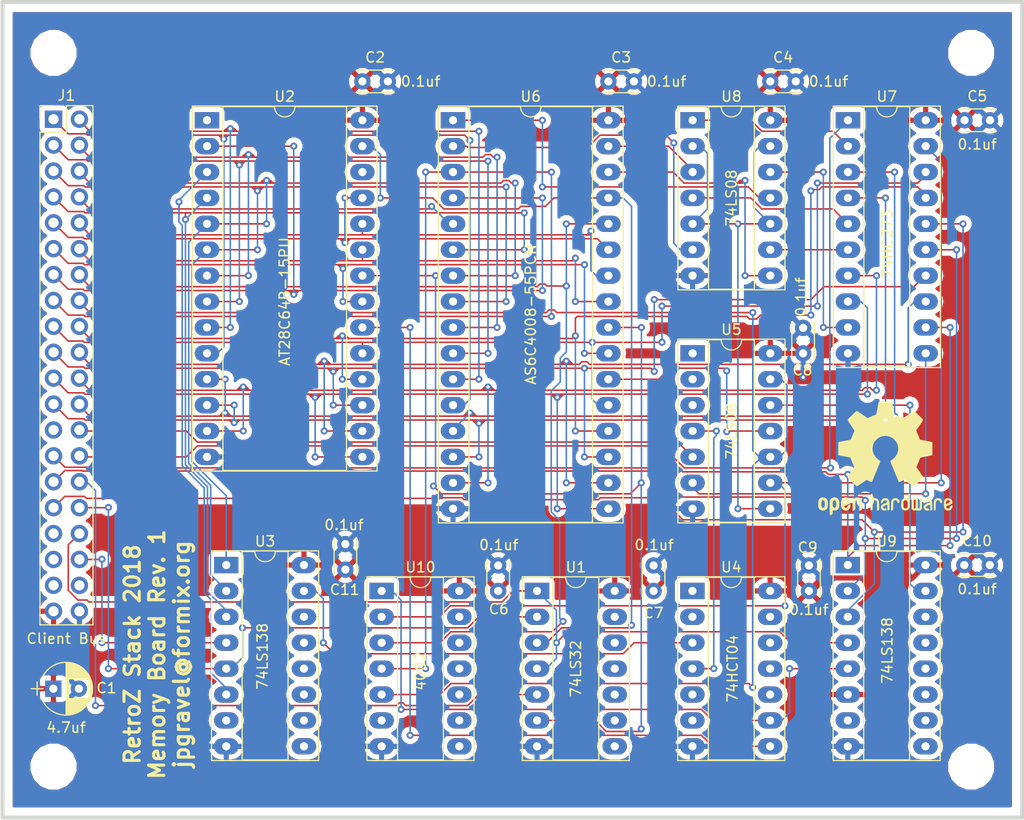
<source format=kicad_pcb>
(kicad_pcb (version 4) (host pcbnew 4.0.7)
  (title_block (title "RetroZ Stack Memory") (date 2018-09-04) (rev 1) (company formix.org) (comment 1 formix.org) (comment 2 "Jean-Philippe Gravel, P.Eng."))
  (layers (0 F.Cu signal) (31 B.Cu signal) (34 B.Paste user) (36 B.SilkS user) (37 F.SilkS user) (38 B.Mask user) (39 F.Mask user) (44 Edge.Cuts user))
  (net 0 "")
  (net 1 VCC)
  (net 2 GND)
  (net 3 /A0)
  (net 4 /A1)
  (net 5 /A2)
  (net 6 /A3)
  (net 7 /A4)
  (net 8 /A5)
  (net 9 /A6)
  (net 10 /A7)
  (net 11 /A8)
  (net 12 /A9)
  (net 13 /A10)
  (net 14 /A11)
  (net 15 /A12)
  (net 16 /A13)
  (net 17 /A14)
  (net 18 A15)
  (net 19 /D7)
  (net 20 /D6)
  (net 21 /D5)
  (net 22 /D4)
  (net 23 /D3)
  (net 24 /D2)
  (net 25 /D1)
  (net 26 /D0)
  (net 27 "Net-(J1-Pad25)")
  (net 28 CLK)
  (net 29 ~RESET)
  (net 30 "Net-(J1-Pad30)")
  (net 31 ~WR)
  (net 32 "Net-(J1-Pad33)")
  (net 33 "Net-(J1-Pad35)")
  (net 34 ~IORQ)
  (net 35 "Net-(J1-Pad37)")
  (net 36 "Net-(J1-Pad38)")
  (net 37 ~MWR)
  (net 38 ~MRD)
  (net 39 "Net-(U2-Pad1)")
  (net 40 ~ROM_SEL)
  (net 41 "Net-(U2-Pad26)")
  (net 42 "Net-(U3-Pad9)")
  (net 43 "Net-(U3-Pad10)")
  (net 44 "Net-(U3-Pad11)")
  (net 45 "Net-(U3-Pad12)")
  (net 46 "Net-(U3-Pad13)")
  (net 47 "Net-(U3-Pad14)")
  (net 48 "Net-(U3-Pad7)")
  (net 49 "Net-(U3-Pad15)")
  (net 50 "Net-(U4-Pad4)")
  (net 51 "Net-(U5-Pad8)")
  (net 52 RAMONLY)
  (net 53 ~RAM_SEL)
  (net 54 "Net-(U5-Pad6)")
  (net 55 RAM_A18)
  (net 56 RAM_A16)
  (net 57 RAM_A17)
  (net 58 RAM_A15)
  (net 59 "Net-(U7-Pad2)")
  (net 60 "Net-(U7-Pad5)")
  (net 61 "Net-(U7-Pad6)")
  (net 62 "Net-(U7-Pad9)")
  (net 63 ~MREQ)
  (net 64 /~RAMS)
  (net 65 "Net-(U9-Pad9)")
  (net 66 "Net-(U9-Pad10)")
  (net 67 "Net-(U9-Pad11)")
  (net 68 "Net-(U9-Pad12)")
  (net 69 "Net-(U9-Pad13)")
  (net 70 "Net-(U9-Pad14)")
  (net 71 "Net-(U9-Pad7)")
  (net 72 DMA0)
  (net 73 DMA1)
  (net 74 DMA2)
  (net 75 "Net-(U5-Pad12)")
  (module Housings_DIP:DIP-14_W7.62mm_Socket_LongPads (layer F.Cu) (at 157.607 114.554)
    (fp_text reference U4 (at 3.81 -2.33) (layer F.SilkS))
    (fp_text value 74HCT04 (at 3.937 7.62 90) (layer F.SilkS))
    (pad 1 thru_hole rect (at 0 0) (size 2.4 1.6) (drill 0.8) (layers *.Cu *.Mask))
    (pad 8 thru_hole oval (at 7.62 15.24) (size 2.4 1.6) (drill 0.8) (layers *.Cu *.Mask) (net 40 ~ROM_SEL))
    (pad 2 thru_hole oval (at 0 2.54) (size 2.4 1.6) (drill 0.8) (layers *.Cu *.Mask))
    (pad 9 thru_hole oval (at 7.62 12.7) (size 2.4 1.6) (drill 0.8) (layers *.Cu *.Mask) (net 64 /~RAMS))
    (pad 3 thru_hole oval (at 0 5.08) (size 2.4 1.6) (drill 0.8) (layers *.Cu *.Mask) (net 49 "Net-(U3-Pad15)"))
    (pad 10 thru_hole oval (at 7.62 10.16) (size 2.4 1.6) (drill 0.8) (layers *.Cu *.Mask))
    (pad 4 thru_hole oval (at 0 7.62) (size 2.4 1.6) (drill 0.8) (layers *.Cu *.Mask) (net 50 "Net-(U4-Pad4)"))
    (pad 11 thru_hole oval (at 7.62 7.62) (size 2.4 1.6) (drill 0.8) (layers *.Cu *.Mask))
    (pad 5 thru_hole oval (at 0 10.16) (size 2.4 1.6) (drill 0.8) (layers *.Cu *.Mask))
    (pad 12 thru_hole oval (at 7.62 5.08) (size 2.4 1.6) (drill 0.8) (layers *.Cu *.Mask))
    (pad 6 thru_hole oval (at 0 12.7) (size 2.4 1.6) (drill 0.8) (layers *.Cu *.Mask))
    (pad 13 thru_hole oval (at 7.62 2.54) (size 2.4 1.6) (drill 0.8) (layers *.Cu *.Mask))
    (pad 7 thru_hole oval (at 0 15.24) (size 2.4 1.6) (drill 0.8) (layers *.Cu *.Mask) (net 2 GND))
    (pad 14 thru_hole oval (at 7.62 0) (size 2.4 1.6) (drill 0.8) (layers *.Cu *.Mask) (net 1 VCC))
  )
  (module EuroBoard_Outline:EuroBoard_halb_Type-I_100mmX80mm_holes (layer F.Cu) (at 89.947 136.7855)
    (fp_text reference REF** hide)
    (fp_text value EuroBoard_halb_Type-I_100mmX80mm_holes)
    (fp_line (start 0 0) (end 0 -79.99984) (layer Edge.Cuts) (width 0.381))
    (fp_line (start 0 -79.99984) (end 99.9998 -79.99984) (layer Edge.Cuts) (width 0.381))
    (fp_line (start 99.9998 -79.99984) (end 99.9998 0) (layer Edge.Cuts) (width 0.381))
    (fp_line (start 99.9998 0) (end 0 0) (layer Edge.Cuts) (width 0.381))
    (pad "" np_thru_hole circle (at 5.00126 -5.00126) (size 3.50012 3.50012) (drill 3.50012) (layers *.Cu *.Mask))
    (pad "" np_thru_hole circle (at 5.00126 -75.00112) (size 3.50012 3.50012) (drill 3.50012) (layers *.Cu *.Mask))
    (pad "" np_thru_hole circle (at 95.00108 -75.00112) (size 3.50012 3.50012) (drill 3.50012) (layers *.Cu *.Mask))
    (pad "" np_thru_hole circle (at 95.00108 -5.00126) (size 3.50012 3.50012) (drill 3.50012) (layers *.Cu *.Mask))
  )
  (module Housings_DIP:DIP-14_W7.62mm_Socket_LongPads (layer F.Cu) (at 142.367 114.554)
    (fp_text reference U1 (at 3.81 -2.33) (layer F.SilkS))
    (fp_text value 74LS32 (at 3.81 7.62 90) (layer F.SilkS))
    (pad 1 thru_hole rect (at 0 0) (size 2.4 1.6) (drill 0.8) (layers *.Cu *.Mask) (net 63 ~MREQ))
    (pad 8 thru_hole oval (at 7.62 15.24) (size 2.4 1.6) (drill 0.8) (layers *.Cu *.Mask))
    (pad 2 thru_hole oval (at 0 2.54) (size 2.4 1.6) (drill 0.8) (layers *.Cu *.Mask) (net 31 ~WR))
    (pad 9 thru_hole oval (at 7.62 12.7) (size 2.4 1.6) (drill 0.8) (layers *.Cu *.Mask))
    (pad 3 thru_hole oval (at 0 5.08) (size 2.4 1.6) (drill 0.8) (layers *.Cu *.Mask) (net 37 ~MWR))
    (pad 10 thru_hole oval (at 7.62 10.16) (size 2.4 1.6) (drill 0.8) (layers *.Cu *.Mask))
    (pad 4 thru_hole oval (at 0 7.62) (size 2.4 1.6) (drill 0.8) (layers *.Cu *.Mask) (net 63 ~MREQ))
    (pad 11 thru_hole oval (at 7.62 7.62) (size 2.4 1.6) (drill 0.8) (layers *.Cu *.Mask))
    (pad 5 thru_hole oval (at 0 10.16) (size 2.4 1.6) (drill 0.8) (layers *.Cu *.Mask) (net 30 "Net-(J1-Pad30)"))
    (pad 12 thru_hole oval (at 7.62 5.08) (size 2.4 1.6) (drill 0.8) (layers *.Cu *.Mask))
    (pad 6 thru_hole oval (at 0 12.7) (size 2.4 1.6) (drill 0.8) (layers *.Cu *.Mask) (net 38 ~MRD))
    (pad 13 thru_hole oval (at 7.62 2.54) (size 2.4 1.6) (drill 0.8) (layers *.Cu *.Mask))
    (pad 7 thru_hole oval (at 0 15.24) (size 2.4 1.6) (drill 0.8) (layers *.Cu *.Mask) (net 2 GND))
    (pad 14 thru_hole oval (at 7.62 0) (size 2.4 1.6) (drill 0.8) (layers *.Cu *.Mask) (net 1 VCC))
  )
  (module Housings_DIP:DIP-16_W7.62mm_Socket_LongPads (layer F.Cu) (at 111.887 112.014)
    (fp_text reference U3 (at 3.81 -2.33) (layer F.SilkS))
    (fp_text value 74LS138 (at 3.556 8.9535 90) (layer F.SilkS))
    (pad 1 thru_hole rect (at 0 0) (size 2.4 1.6) (drill 0.8) (layers *.Cu *.Mask) (net 7 /A4))
    (pad 9 thru_hole oval (at 7.62 17.78) (size 2.4 1.6) (drill 0.8) (layers *.Cu *.Mask) (net 42 "Net-(U3-Pad9)"))
    (pad 2 thru_hole oval (at 0 2.54) (size 2.4 1.6) (drill 0.8) (layers *.Cu *.Mask) (net 8 /A5))
    (pad 10 thru_hole oval (at 7.62 15.24) (size 2.4 1.6) (drill 0.8) (layers *.Cu *.Mask) (net 43 "Net-(U3-Pad10)"))
    (pad 3 thru_hole oval (at 0 5.08) (size 2.4 1.6) (drill 0.8) (layers *.Cu *.Mask) (net 9 /A6))
    (pad 11 thru_hole oval (at 7.62 12.7) (size 2.4 1.6) (drill 0.8) (layers *.Cu *.Mask) (net 44 "Net-(U3-Pad11)"))
    (pad 4 thru_hole oval (at 0 7.62) (size 2.4 1.6) (drill 0.8) (layers *.Cu *.Mask) (net 34 ~IORQ))
    (pad 12 thru_hole oval (at 7.62 10.16) (size 2.4 1.6) (drill 0.8) (layers *.Cu *.Mask) (net 45 "Net-(U3-Pad12)"))
    (pad 5 thru_hole oval (at 0 10.16) (size 2.4 1.6) (drill 0.8) (layers *.Cu *.Mask) (net 31 ~WR))
    (pad 13 thru_hole oval (at 7.62 7.62) (size 2.4 1.6) (drill 0.8) (layers *.Cu *.Mask) (net 46 "Net-(U3-Pad13)"))
    (pad 6 thru_hole oval (at 0 12.7) (size 2.4 1.6) (drill 0.8) (layers *.Cu *.Mask) (net 10 /A7))
    (pad 14 thru_hole oval (at 7.62 5.08) (size 2.4 1.6) (drill 0.8) (layers *.Cu *.Mask) (net 47 "Net-(U3-Pad14)"))
    (pad 7 thru_hole oval (at 0 15.24) (size 2.4 1.6) (drill 0.8) (layers *.Cu *.Mask) (net 48 "Net-(U3-Pad7)"))
    (pad 15 thru_hole oval (at 7.62 2.54) (size 2.4 1.6) (drill 0.8) (layers *.Cu *.Mask) (net 49 "Net-(U3-Pad15)"))
    (pad 8 thru_hole oval (at 0 17.78) (size 2.4 1.6) (drill 0.8) (layers *.Cu *.Mask) (net 2 GND))
    (pad 16 thru_hole oval (at 7.62 0) (size 2.4 1.6) (drill 0.8) (layers *.Cu *.Mask) (net 1 VCC))
  )
  (module Capacitors_THT:C_Disc_D3.4mm_W2.1mm_P2.50mm (layer F.Cu) (at 125.24 64.58)
    (fp_text reference C2 (at 1.25 -2.36) (layer F.SilkS))
    (fp_text value 0.1uf (at 5.715 0) (layer F.SilkS))
    (pad 1 thru_hole circle (at 0 0) (size 1.6 1.6) (drill 0.8) (layers *.Cu *.Mask) (net 1 VCC))
    (pad 2 thru_hole circle (at 2.5 0) (size 1.6 1.6) (drill 0.8) (layers *.Cu *.Mask) (net 2 GND))
  )
  (module Capacitors_THT:C_Disc_D3.4mm_W2.1mm_P2.50mm (layer F.Cu) (at 149.37 64.58)
    (fp_text reference C3 (at 1.25 -2.36) (layer F.SilkS))
    (fp_text value 0.1uf (at 5.715 0) (layer F.SilkS))
    (pad 1 thru_hole circle (at 0 0) (size 1.6 1.6) (drill 0.8) (layers *.Cu *.Mask) (net 1 VCC))
    (pad 2 thru_hole circle (at 2.5 0) (size 1.6 1.6) (drill 0.8) (layers *.Cu *.Mask) (net 2 GND))
  )
  (module Capacitors_THT:C_Disc_D3.4mm_W2.1mm_P2.50mm (layer F.Cu) (at 165.245 64.58)
    (fp_text reference C4 (at 1.25 -2.36) (layer F.SilkS))
    (fp_text value 0.1uf (at 5.715 0) (layer F.SilkS))
    (pad 1 thru_hole circle (at 0 0) (size 1.6 1.6) (drill 0.8) (layers *.Cu *.Mask) (net 1 VCC))
    (pad 2 thru_hole circle (at 2.5 0) (size 1.6 1.6) (drill 0.8) (layers *.Cu *.Mask) (net 2 GND))
  )
  (module Capacitors_THT:C_Disc_D3.4mm_W2.1mm_P2.50mm (layer F.Cu) (at 184.295 68.39)
    (fp_text reference C5 (at 1.25 -2.36) (layer F.SilkS))
    (fp_text value 0.1uf (at 1.25 2.36) (layer F.SilkS))
    (pad 1 thru_hole circle (at 0 0) (size 1.6 1.6) (drill 0.8) (layers *.Cu *.Mask) (net 1 VCC))
    (pad 2 thru_hole circle (at 2.5 0) (size 1.6 1.6) (drill 0.8) (layers *.Cu *.Mask) (net 2 GND))
  )
  (module Capacitors_THT:C_Disc_D3.4mm_W2.1mm_P2.50mm (layer F.Cu) (at 138.557 114.554 90)
    (fp_text reference C6 (at -1.778 0.0635 180) (layer F.SilkS))
    (fp_text value 0.1uf (at 4.5085 0.0635 180) (layer F.SilkS))
    (pad 1 thru_hole circle (at 0 0 90) (size 1.6 1.6) (drill 0.8) (layers *.Cu *.Mask) (net 1 VCC))
    (pad 2 thru_hole circle (at 2.5 0 90) (size 1.6 1.6) (drill 0.8) (layers *.Cu *.Mask) (net 2 GND))
  )
  (module Capacitors_THT:C_Disc_D3.4mm_W2.1mm_P2.50mm (layer F.Cu) (at 153.797 114.554 90)
    (fp_text reference C7 (at -2.159 0 180) (layer F.SilkS))
    (fp_text value 0.1uf (at 4.5085 0.0635 180) (layer F.SilkS))
    (pad 1 thru_hole circle (at 0 0 90) (size 1.6 1.6) (drill 0.8) (layers *.Cu *.Mask) (net 1 VCC))
    (pad 2 thru_hole circle (at 2.5 0 90) (size 1.6 1.6) (drill 0.8) (layers *.Cu *.Mask) (net 2 GND))
  )
  (module Capacitors_THT:C_Disc_D3.4mm_W2.1mm_P2.50mm (layer F.Cu) (at 168.4655 91.2495 90)
    (fp_text reference C8 (at -1.651 -0.0635 180) (layer F.SilkS))
    (fp_text value 0.1uf (at 5.5245 -0.1905 90) (layer F.SilkS))
    (pad 1 thru_hole circle (at 0 0 90) (size 1.6 1.6) (drill 0.8) (layers *.Cu *.Mask) (net 1 VCC))
    (pad 2 thru_hole circle (at 2.5 0 90) (size 1.6 1.6) (drill 0.8) (layers *.Cu *.Mask) (net 2 GND))
  )
  (module Pin_Headers:Pin_Header_Straight_2x20_Pitch2.54mm (layer F.Cu) (at 94.947 68.2855)
    (fp_text reference J1 (at 1.27 -2.33) (layer F.SilkS))
    (fp_text value "Client Bus" (at 1.266 50.9435) (layer F.SilkS))
    (pad 1 thru_hole rect (at 0 0) (size 1.7 1.7) (drill 1) (layers *.Cu *.Mask) (net 3 /A0))
    (pad 2 thru_hole oval (at 2.54 0) (size 1.7 1.7) (drill 1) (layers *.Cu *.Mask) (net 4 /A1))
    (pad 3 thru_hole oval (at 0 2.54) (size 1.7 1.7) (drill 1) (layers *.Cu *.Mask) (net 5 /A2))
    (pad 4 thru_hole oval (at 2.54 2.54) (size 1.7 1.7) (drill 1) (layers *.Cu *.Mask) (net 6 /A3))
    (pad 5 thru_hole oval (at 0 5.08) (size 1.7 1.7) (drill 1) (layers *.Cu *.Mask) (net 7 /A4))
    (pad 6 thru_hole oval (at 2.54 5.08) (size 1.7 1.7) (drill 1) (layers *.Cu *.Mask) (net 8 /A5))
    (pad 7 thru_hole oval (at 0 7.62) (size 1.7 1.7) (drill 1) (layers *.Cu *.Mask) (net 9 /A6))
    (pad 8 thru_hole oval (at 2.54 7.62) (size 1.7 1.7) (drill 1) (layers *.Cu *.Mask) (net 10 /A7))
    (pad 9 thru_hole oval (at 0 10.16) (size 1.7 1.7) (drill 1) (layers *.Cu *.Mask) (net 11 /A8))
    (pad 10 thru_hole oval (at 2.54 10.16) (size 1.7 1.7) (drill 1) (layers *.Cu *.Mask) (net 12 /A9))
    (pad 11 thru_hole oval (at 0 12.7) (size 1.7 1.7) (drill 1) (layers *.Cu *.Mask) (net 13 /A10))
    (pad 12 thru_hole oval (at 2.54 12.7) (size 1.7 1.7) (drill 1) (layers *.Cu *.Mask) (net 14 /A11))
    (pad 13 thru_hole oval (at 0 15.24) (size 1.7 1.7) (drill 1) (layers *.Cu *.Mask) (net 15 /A12))
    (pad 14 thru_hole oval (at 2.54 15.24) (size 1.7 1.7) (drill 1) (layers *.Cu *.Mask) (net 16 /A13))
    (pad 15 thru_hole oval (at 0 17.78) (size 1.7 1.7) (drill 1) (layers *.Cu *.Mask) (net 17 /A14))
    (pad 16 thru_hole oval (at 2.54 17.78) (size 1.7 1.7) (drill 1) (layers *.Cu *.Mask) (net 18 A15))
    (pad 17 thru_hole oval (at 0 20.32) (size 1.7 1.7) (drill 1) (layers *.Cu *.Mask) (net 19 /D7))
    (pad 18 thru_hole oval (at 2.54 20.32) (size 1.7 1.7) (drill 1) (layers *.Cu *.Mask) (net 20 /D6))
    (pad 19 thru_hole oval (at 0 22.86) (size 1.7 1.7) (drill 1) (layers *.Cu *.Mask) (net 21 /D5))
    (pad 20 thru_hole oval (at 2.54 22.86) (size 1.7 1.7) (drill 1) (layers *.Cu *.Mask) (net 22 /D4))
    (pad 21 thru_hole oval (at 0 25.4) (size 1.7 1.7) (drill 1) (layers *.Cu *.Mask) (net 23 /D3))
    (pad 22 thru_hole oval (at 2.54 25.4) (size 1.7 1.7) (drill 1) (layers *.Cu *.Mask) (net 24 /D2))
    (pad 23 thru_hole oval (at 0 27.94) (size 1.7 1.7) (drill 1) (layers *.Cu *.Mask) (net 25 /D1))
    (pad 24 thru_hole oval (at 2.54 27.94) (size 1.7 1.7) (drill 1) (layers *.Cu *.Mask) (net 26 /D0))
    (pad 25 thru_hole oval (at 0 30.48) (size 1.7 1.7) (drill 1) (layers *.Cu *.Mask) (net 27 "Net-(J1-Pad25)"))
    (pad 26 thru_hole oval (at 2.54 30.48) (size 1.7 1.7) (drill 1) (layers *.Cu *.Mask) (net 28 CLK))
    (pad 27 thru_hole oval (at 0 33.02) (size 1.7 1.7) (drill 1) (layers *.Cu *.Mask) (net 72 DMA0))
    (pad 28 thru_hole oval (at 2.54 33.02) (size 1.7 1.7) (drill 1) (layers *.Cu *.Mask) (net 29 ~RESET))
    (pad 29 thru_hole oval (at 0 35.56) (size 1.7 1.7) (drill 1) (layers *.Cu *.Mask) (net 73 DMA1))
    (pad 30 thru_hole oval (at 2.54 35.56) (size 1.7 1.7) (drill 1) (layers *.Cu *.Mask) (net 30 "Net-(J1-Pad30)"))
    (pad 31 thru_hole oval (at 0 38.1) (size 1.7 1.7) (drill 1) (layers *.Cu *.Mask) (net 74 DMA2))
    (pad 32 thru_hole oval (at 2.54 38.1) (size 1.7 1.7) (drill 1) (layers *.Cu *.Mask) (net 31 ~WR))
    (pad 33 thru_hole oval (at 0 40.64) (size 1.7 1.7) (drill 1) (layers *.Cu *.Mask) (net 32 "Net-(J1-Pad33)"))
    (pad 34 thru_hole oval (at 2.54 40.64) (size 1.7 1.7) (drill 1) (layers *.Cu *.Mask) (net 63 ~MREQ))
    (pad 35 thru_hole oval (at 0 43.18) (size 1.7 1.7) (drill 1) (layers *.Cu *.Mask) (net 33 "Net-(J1-Pad35)"))
    (pad 36 thru_hole oval (at 2.54 43.18) (size 1.7 1.7) (drill 1) (layers *.Cu *.Mask) (net 34 ~IORQ))
    (pad 37 thru_hole oval (at 0 45.72) (size 1.7 1.7) (drill 1) (layers *.Cu *.Mask) (net 35 "Net-(J1-Pad37)"))
    (pad 38 thru_hole oval (at 2.54 45.72) (size 1.7 1.7) (drill 1) (layers *.Cu *.Mask) (net 36 "Net-(J1-Pad38)"))
    (pad 39 thru_hole oval (at 0 48.26) (size 1.7 1.7) (drill 1) (layers *.Cu *.Mask) (net 1 VCC))
    (pad 40 thru_hole oval (at 2.54 48.26) (size 1.7 1.7) (drill 1) (layers *.Cu *.Mask) (net 2 GND))
  )
  (module Housings_DIP:DIP-28_W15.24mm_Socket_LongPads (layer F.Cu) (at 110 68.39)
    (fp_text reference U2 (at 7.62 -2.33) (layer F.SilkS))
    (fp_text value AT28C64B-15PU (at 7.62 17.78 90) (layer F.SilkS))
    (pad 1 thru_hole rect (at 0 0) (size 2.4 1.6) (drill 0.8) (layers *.Cu *.Mask) (net 39 "Net-(U2-Pad1)"))
    (pad 15 thru_hole oval (at 15.24 33.02) (size 2.4 1.6) (drill 0.8) (layers *.Cu *.Mask) (net 23 /D3))
    (pad 2 thru_hole oval (at 0 2.54) (size 2.4 1.6) (drill 0.8) (layers *.Cu *.Mask) (net 15 /A12))
    (pad 16 thru_hole oval (at 15.24 30.48) (size 2.4 1.6) (drill 0.8) (layers *.Cu *.Mask) (net 22 /D4))
    (pad 3 thru_hole oval (at 0 5.08) (size 2.4 1.6) (drill 0.8) (layers *.Cu *.Mask) (net 10 /A7))
    (pad 17 thru_hole oval (at 15.24 27.94) (size 2.4 1.6) (drill 0.8) (layers *.Cu *.Mask) (net 21 /D5))
    (pad 4 thru_hole oval (at 0 7.62) (size 2.4 1.6) (drill 0.8) (layers *.Cu *.Mask) (net 9 /A6))
    (pad 18 thru_hole oval (at 15.24 25.4) (size 2.4 1.6) (drill 0.8) (layers *.Cu *.Mask) (net 20 /D6))
    (pad 5 thru_hole oval (at 0 10.16) (size 2.4 1.6) (drill 0.8) (layers *.Cu *.Mask) (net 8 /A5))
    (pad 19 thru_hole oval (at 15.24 22.86) (size 2.4 1.6) (drill 0.8) (layers *.Cu *.Mask) (net 19 /D7))
    (pad 6 thru_hole oval (at 0 12.7) (size 2.4 1.6) (drill 0.8) (layers *.Cu *.Mask) (net 7 /A4))
    (pad 20 thru_hole oval (at 15.24 20.32) (size 2.4 1.6) (drill 0.8) (layers *.Cu *.Mask) (net 40 ~ROM_SEL))
    (pad 7 thru_hole oval (at 0 15.24) (size 2.4 1.6) (drill 0.8) (layers *.Cu *.Mask) (net 6 /A3))
    (pad 21 thru_hole oval (at 15.24 17.78) (size 2.4 1.6) (drill 0.8) (layers *.Cu *.Mask) (net 13 /A10))
    (pad 8 thru_hole oval (at 0 17.78) (size 2.4 1.6) (drill 0.8) (layers *.Cu *.Mask) (net 5 /A2))
    (pad 22 thru_hole oval (at 15.24 15.24) (size 2.4 1.6) (drill 0.8) (layers *.Cu *.Mask) (net 38 ~MRD))
    (pad 9 thru_hole oval (at 0 20.32) (size 2.4 1.6) (drill 0.8) (layers *.Cu *.Mask) (net 4 /A1))
    (pad 23 thru_hole oval (at 15.24 12.7) (size 2.4 1.6) (drill 0.8) (layers *.Cu *.Mask) (net 14 /A11))
    (pad 10 thru_hole oval (at 0 22.86) (size 2.4 1.6) (drill 0.8) (layers *.Cu *.Mask) (net 3 /A0))
    (pad 24 thru_hole oval (at 15.24 10.16) (size 2.4 1.6) (drill 0.8) (layers *.Cu *.Mask) (net 12 /A9))
    (pad 11 thru_hole oval (at 0 25.4) (size 2.4 1.6) (drill 0.8) (layers *.Cu *.Mask) (net 26 /D0))
    (pad 25 thru_hole oval (at 15.24 7.62) (size 2.4 1.6) (drill 0.8) (layers *.Cu *.Mask) (net 11 /A8))
    (pad 12 thru_hole oval (at 0 27.94) (size 2.4 1.6) (drill 0.8) (layers *.Cu *.Mask) (net 25 /D1))
    (pad 26 thru_hole oval (at 15.24 5.08) (size 2.4 1.6) (drill 0.8) (layers *.Cu *.Mask) (net 41 "Net-(U2-Pad26)"))
    (pad 13 thru_hole oval (at 0 30.48) (size 2.4 1.6) (drill 0.8) (layers *.Cu *.Mask) (net 24 /D2))
    (pad 27 thru_hole oval (at 15.24 2.54) (size 2.4 1.6) (drill 0.8) (layers *.Cu *.Mask) (net 37 ~MWR))
    (pad 14 thru_hole oval (at 0 33.02) (size 2.4 1.6) (drill 0.8) (layers *.Cu *.Mask) (net 2 GND))
    (pad 28 thru_hole oval (at 15.24 0) (size 2.4 1.6) (drill 0.8) (layers *.Cu *.Mask) (net 1 VCC))
  )
  (module Housings_DIP:DIP-14_W7.62mm_Socket_LongPads (layer F.Cu) (at 157.625 91.25)
    (fp_text reference U5 (at 3.81 -2.33) (layer F.SilkS))
    (fp_text value 74LS08 (at 3.81 7.62 90) (layer F.SilkS))
    (pad 1 thru_hole rect (at 0 0) (size 2.4 1.6) (drill 0.8) (layers *.Cu *.Mask))
    (pad 8 thru_hole oval (at 7.62 15.24) (size 2.4 1.6) (drill 0.8) (layers *.Cu *.Mask) (net 51 "Net-(U5-Pad8)"))
    (pad 2 thru_hole oval (at 0 2.54) (size 2.4 1.6) (drill 0.8) (layers *.Cu *.Mask))
    (pad 9 thru_hole oval (at 7.62 12.7) (size 2.4 1.6) (drill 0.8) (layers *.Cu *.Mask) (net 52 RAMONLY))
    (pad 3 thru_hole oval (at 0 5.08) (size 2.4 1.6) (drill 0.8) (layers *.Cu *.Mask))
    (pad 10 thru_hole oval (at 7.62 10.16) (size 2.4 1.6) (drill 0.8) (layers *.Cu *.Mask) (net 18 A15))
    (pad 4 thru_hole oval (at 0 7.62) (size 2.4 1.6) (drill 0.8) (layers *.Cu *.Mask) (net 50 "Net-(U4-Pad4)"))
    (pad 11 thru_hole oval (at 7.62 7.62) (size 2.4 1.6) (drill 0.8) (layers *.Cu *.Mask) (net 53 ~RAM_SEL))
    (pad 5 thru_hole oval (at 0 10.16) (size 2.4 1.6) (drill 0.8) (layers *.Cu *.Mask) (net 28 CLK))
    (pad 12 thru_hole oval (at 7.62 5.08) (size 2.4 1.6) (drill 0.8) (layers *.Cu *.Mask) (net 75 "Net-(U5-Pad12)"))
    (pad 6 thru_hole oval (at 0 12.7) (size 2.4 1.6) (drill 0.8) (layers *.Cu *.Mask) (net 54 "Net-(U5-Pad6)"))
    (pad 13 thru_hole oval (at 7.62 2.54) (size 2.4 1.6) (drill 0.8) (layers *.Cu *.Mask) (net 18 A15))
    (pad 7 thru_hole oval (at 0 15.24) (size 2.4 1.6) (drill 0.8) (layers *.Cu *.Mask) (net 2 GND))
    (pad 14 thru_hole oval (at 7.62 0) (size 2.4 1.6) (drill 0.8) (layers *.Cu *.Mask) (net 1 VCC))
  )
  (module Housings_DIP:DIP-32_W15.24mm_Socket_LongPads (layer F.Cu) (at 134.13 68.39)
    (fp_text reference U6 (at 7.62 -2.33) (layer F.SilkS))
    (fp_text value AS6C4008-55PCN (at 7.62 19.05 90) (layer F.SilkS))
    (pad 1 thru_hole rect (at 0 0) (size 2.4 1.6) (drill 0.8) (layers *.Cu *.Mask) (net 55 RAM_A18))
    (pad 17 thru_hole oval (at 15.24 38.1) (size 2.4 1.6) (drill 0.8) (layers *.Cu *.Mask) (net 23 /D3))
    (pad 2 thru_hole oval (at 0 2.54) (size 2.4 1.6) (drill 0.8) (layers *.Cu *.Mask) (net 56 RAM_A16))
    (pad 18 thru_hole oval (at 15.24 35.56) (size 2.4 1.6) (drill 0.8) (layers *.Cu *.Mask) (net 22 /D4))
    (pad 3 thru_hole oval (at 0 5.08) (size 2.4 1.6) (drill 0.8) (layers *.Cu *.Mask) (net 17 /A14))
    (pad 19 thru_hole oval (at 15.24 33.02) (size 2.4 1.6) (drill 0.8) (layers *.Cu *.Mask) (net 21 /D5))
    (pad 4 thru_hole oval (at 0 7.62) (size 2.4 1.6) (drill 0.8) (layers *.Cu *.Mask) (net 15 /A12))
    (pad 20 thru_hole oval (at 15.24 30.48) (size 2.4 1.6) (drill 0.8) (layers *.Cu *.Mask) (net 20 /D6))
    (pad 5 thru_hole oval (at 0 10.16) (size 2.4 1.6) (drill 0.8) (layers *.Cu *.Mask) (net 10 /A7))
    (pad 21 thru_hole oval (at 15.24 27.94) (size 2.4 1.6) (drill 0.8) (layers *.Cu *.Mask) (net 19 /D7))
    (pad 6 thru_hole oval (at 0 12.7) (size 2.4 1.6) (drill 0.8) (layers *.Cu *.Mask) (net 9 /A6))
    (pad 22 thru_hole oval (at 15.24 25.4) (size 2.4 1.6) (drill 0.8) (layers *.Cu *.Mask) (net 53 ~RAM_SEL))
    (pad 7 thru_hole oval (at 0 15.24) (size 2.4 1.6) (drill 0.8) (layers *.Cu *.Mask) (net 8 /A5))
    (pad 23 thru_hole oval (at 15.24 22.86) (size 2.4 1.6) (drill 0.8) (layers *.Cu *.Mask) (net 13 /A10))
    (pad 8 thru_hole oval (at 0 17.78) (size 2.4 1.6) (drill 0.8) (layers *.Cu *.Mask) (net 7 /A4))
    (pad 24 thru_hole oval (at 15.24 20.32) (size 2.4 1.6) (drill 0.8) (layers *.Cu *.Mask) (net 38 ~MRD))
    (pad 9 thru_hole oval (at 0 20.32) (size 2.4 1.6) (drill 0.8) (layers *.Cu *.Mask) (net 6 /A3))
    (pad 25 thru_hole oval (at 15.24 17.78) (size 2.4 1.6) (drill 0.8) (layers *.Cu *.Mask) (net 14 /A11))
    (pad 10 thru_hole oval (at 0 22.86) (size 2.4 1.6) (drill 0.8) (layers *.Cu *.Mask) (net 5 /A2))
    (pad 26 thru_hole oval (at 15.24 15.24) (size 2.4 1.6) (drill 0.8) (layers *.Cu *.Mask) (net 12 /A9))
    (pad 11 thru_hole oval (at 0 25.4) (size 2.4 1.6) (drill 0.8) (layers *.Cu *.Mask) (net 4 /A1))
    (pad 27 thru_hole oval (at 15.24 12.7) (size 2.4 1.6) (drill 0.8) (layers *.Cu *.Mask) (net 11 /A8))
    (pad 12 thru_hole oval (at 0 27.94) (size 2.4 1.6) (drill 0.8) (layers *.Cu *.Mask) (net 3 /A0))
    (pad 28 thru_hole oval (at 15.24 10.16) (size 2.4 1.6) (drill 0.8) (layers *.Cu *.Mask) (net 16 /A13))
    (pad 13 thru_hole oval (at 0 30.48) (size 2.4 1.6) (drill 0.8) (layers *.Cu *.Mask) (net 26 /D0))
    (pad 29 thru_hole oval (at 15.24 7.62) (size 2.4 1.6) (drill 0.8) (layers *.Cu *.Mask) (net 37 ~MWR))
    (pad 14 thru_hole oval (at 0 33.02) (size 2.4 1.6) (drill 0.8) (layers *.Cu *.Mask) (net 25 /D1))
    (pad 30 thru_hole oval (at 15.24 5.08) (size 2.4 1.6) (drill 0.8) (layers *.Cu *.Mask) (net 57 RAM_A17))
    (pad 15 thru_hole oval (at 0 35.56) (size 2.4 1.6) (drill 0.8) (layers *.Cu *.Mask) (net 24 /D2))
    (pad 31 thru_hole oval (at 15.24 2.54) (size 2.4 1.6) (drill 0.8) (layers *.Cu *.Mask) (net 58 RAM_A15))
    (pad 16 thru_hole oval (at 0 38.1) (size 2.4 1.6) (drill 0.8) (layers *.Cu *.Mask) (net 2 GND))
    (pad 32 thru_hole oval (at 15.24 0) (size 2.4 1.6) (drill 0.8) (layers *.Cu *.Mask) (net 1 VCC))
  )
  (module Housings_DIP:DIP-14_W7.62mm_Socket_LongPads (layer F.Cu) (at 157.625 68.39)
    (fp_text reference U8 (at 3.81 -2.33) (layer F.SilkS))
    (fp_text value 74LS08 (at 3.81 7.62 90) (layer F.SilkS))
    (pad 1 thru_hole rect (at 0 0) (size 2.4 1.6) (drill 0.8) (layers *.Cu *.Mask) (net 59 "Net-(U7-Pad2)"))
    (pad 8 thru_hole oval (at 7.62 15.24) (size 2.4 1.6) (drill 0.8) (layers *.Cu *.Mask) (net 57 RAM_A17))
    (pad 2 thru_hole oval (at 0 2.54) (size 2.4 1.6) (drill 0.8) (layers *.Cu *.Mask) (net 51 "Net-(U5-Pad8)"))
    (pad 9 thru_hole oval (at 7.62 12.7) (size 2.4 1.6) (drill 0.8) (layers *.Cu *.Mask) (net 61 "Net-(U7-Pad6)"))
    (pad 3 thru_hole oval (at 0 5.08) (size 2.4 1.6) (drill 0.8) (layers *.Cu *.Mask) (net 58 RAM_A15))
    (pad 10 thru_hole oval (at 7.62 10.16) (size 2.4 1.6) (drill 0.8) (layers *.Cu *.Mask) (net 51 "Net-(U5-Pad8)"))
    (pad 4 thru_hole oval (at 0 7.62) (size 2.4 1.6) (drill 0.8) (layers *.Cu *.Mask) (net 60 "Net-(U7-Pad5)"))
    (pad 11 thru_hole oval (at 7.62 7.62) (size 2.4 1.6) (drill 0.8) (layers *.Cu *.Mask) (net 55 RAM_A18))
    (pad 5 thru_hole oval (at 0 10.16) (size 2.4 1.6) (drill 0.8) (layers *.Cu *.Mask) (net 51 "Net-(U5-Pad8)"))
    (pad 12 thru_hole oval (at 7.62 5.08) (size 2.4 1.6) (drill 0.8) (layers *.Cu *.Mask) (net 62 "Net-(U7-Pad9)"))
    (pad 6 thru_hole oval (at 0 12.7) (size 2.4 1.6) (drill 0.8) (layers *.Cu *.Mask) (net 56 RAM_A16))
    (pad 13 thru_hole oval (at 7.62 2.54) (size 2.4 1.6) (drill 0.8) (layers *.Cu *.Mask) (net 51 "Net-(U5-Pad8)"))
    (pad 7 thru_hole oval (at 0 15.24) (size 2.4 1.6) (drill 0.8) (layers *.Cu *.Mask) (net 2 GND))
    (pad 14 thru_hole oval (at 7.62 0) (size 2.4 1.6) (drill 0.8) (layers *.Cu *.Mask) (net 1 VCC))
  )
  (module Housings_DIP:DIP-20_W7.62mm_Socket_LongPads (layer F.Cu) (at 172.865 68.39)
    (fp_text reference U7 (at 3.81 -2.33) (layer F.SilkS))
    (fp_text value 74HC273 (at 3.8735 12.1285 90) (layer F.SilkS))
    (pad 1 thru_hole rect (at 0 0) (size 2.4 1.6) (drill 0.8) (layers *.Cu *.Mask) (net 29 ~RESET))
    (pad 11 thru_hole oval (at 7.62 22.86) (size 2.4 1.6) (drill 0.8) (layers *.Cu *.Mask) (net 54 "Net-(U5-Pad6)"))
    (pad 2 thru_hole oval (at 0 2.54) (size 2.4 1.6) (drill 0.8) (layers *.Cu *.Mask) (net 59 "Net-(U7-Pad2)"))
    (pad 12 thru_hole oval (at 7.62 20.32) (size 2.4 1.6) (drill 0.8) (layers *.Cu *.Mask) (net 72 DMA0))
    (pad 3 thru_hole oval (at 0 5.08) (size 2.4 1.6) (drill 0.8) (layers *.Cu *.Mask) (net 26 /D0))
    (pad 13 thru_hole oval (at 7.62 17.78) (size 2.4 1.6) (drill 0.8) (layers *.Cu *.Mask) (net 22 /D4))
    (pad 4 thru_hole oval (at 0 7.62) (size 2.4 1.6) (drill 0.8) (layers *.Cu *.Mask) (net 25 /D1))
    (pad 14 thru_hole oval (at 7.62 15.24) (size 2.4 1.6) (drill 0.8) (layers *.Cu *.Mask) (net 21 /D5))
    (pad 5 thru_hole oval (at 0 10.16) (size 2.4 1.6) (drill 0.8) (layers *.Cu *.Mask) (net 60 "Net-(U7-Pad5)"))
    (pad 15 thru_hole oval (at 7.62 12.7) (size 2.4 1.6) (drill 0.8) (layers *.Cu *.Mask) (net 73 DMA1))
    (pad 6 thru_hole oval (at 0 12.7) (size 2.4 1.6) (drill 0.8) (layers *.Cu *.Mask) (net 61 "Net-(U7-Pad6)"))
    (pad 16 thru_hole oval (at 7.62 10.16) (size 2.4 1.6) (drill 0.8) (layers *.Cu *.Mask) (net 74 DMA2))
    (pad 7 thru_hole oval (at 0 15.24) (size 2.4 1.6) (drill 0.8) (layers *.Cu *.Mask) (net 24 /D2))
    (pad 17 thru_hole oval (at 7.62 7.62) (size 2.4 1.6) (drill 0.8) (layers *.Cu *.Mask) (net 20 /D6))
    (pad 8 thru_hole oval (at 0 17.78) (size 2.4 1.6) (drill 0.8) (layers *.Cu *.Mask) (net 23 /D3))
    (pad 18 thru_hole oval (at 7.62 5.08) (size 2.4 1.6) (drill 0.8) (layers *.Cu *.Mask) (net 19 /D7))
    (pad 9 thru_hole oval (at 0 20.32) (size 2.4 1.6) (drill 0.8) (layers *.Cu *.Mask) (net 62 "Net-(U7-Pad9)"))
    (pad 19 thru_hole oval (at 7.62 2.54) (size 2.4 1.6) (drill 0.8) (layers *.Cu *.Mask) (net 52 RAMONLY))
    (pad 10 thru_hole oval (at 0 22.86) (size 2.4 1.6) (drill 0.8) (layers *.Cu *.Mask) (net 2 GND))
    (pad 20 thru_hole oval (at 7.62 0) (size 2.4 1.6) (drill 0.8) (layers *.Cu *.Mask) (net 1 VCC))
  )
  (module Housings_DIP:DIP-16_W7.62mm_Socket_LongPads (layer F.Cu) (at 172.847 112.014)
    (fp_text reference U9 (at 3.81 -2.33) (layer F.SilkS))
    (fp_text value 74LS138 (at 3.8735 8.382 90) (layer F.SilkS))
    (pad 1 thru_hole rect (at 0 0) (size 2.4 1.6) (drill 0.8) (layers *.Cu *.Mask) (net 72 DMA0))
    (pad 9 thru_hole oval (at 7.62 17.78) (size 2.4 1.6) (drill 0.8) (layers *.Cu *.Mask) (net 65 "Net-(U9-Pad9)"))
    (pad 2 thru_hole oval (at 0 2.54) (size 2.4 1.6) (drill 0.8) (layers *.Cu *.Mask) (net 73 DMA1))
    (pad 10 thru_hole oval (at 7.62 15.24) (size 2.4 1.6) (drill 0.8) (layers *.Cu *.Mask) (net 66 "Net-(U9-Pad10)"))
    (pad 3 thru_hole oval (at 0 5.08) (size 2.4 1.6) (drill 0.8) (layers *.Cu *.Mask) (net 74 DMA2))
    (pad 11 thru_hole oval (at 7.62 12.7) (size 2.4 1.6) (drill 0.8) (layers *.Cu *.Mask) (net 67 "Net-(U9-Pad11)"))
    (pad 4 thru_hole oval (at 0 7.62) (size 2.4 1.6) (drill 0.8) (layers *.Cu *.Mask) (net 63 ~MREQ))
    (pad 12 thru_hole oval (at 7.62 10.16) (size 2.4 1.6) (drill 0.8) (layers *.Cu *.Mask) (net 68 "Net-(U9-Pad12)"))
    (pad 5 thru_hole oval (at 0 10.16) (size 2.4 1.6) (drill 0.8) (layers *.Cu *.Mask) (net 64 /~RAMS))
    (pad 13 thru_hole oval (at 7.62 7.62) (size 2.4 1.6) (drill 0.8) (layers *.Cu *.Mask) (net 69 "Net-(U9-Pad13)"))
    (pad 6 thru_hole oval (at 0 12.7) (size 2.4 1.6) (drill 0.8) (layers *.Cu *.Mask) (net 1 VCC))
    (pad 14 thru_hole oval (at 7.62 5.08) (size 2.4 1.6) (drill 0.8) (layers *.Cu *.Mask) (net 70 "Net-(U9-Pad14)"))
    (pad 7 thru_hole oval (at 0 15.24) (size 2.4 1.6) (drill 0.8) (layers *.Cu *.Mask) (net 71 "Net-(U9-Pad7)"))
    (pad 15 thru_hole oval (at 7.62 2.54) (size 2.4 1.6) (drill 0.8) (layers *.Cu *.Mask) (net 75 "Net-(U5-Pad12)"))
    (pad 8 thru_hole oval (at 0 17.78) (size 2.4 1.6) (drill 0.8) (layers *.Cu *.Mask) (net 2 GND))
    (pad 16 thru_hole oval (at 7.62 0) (size 2.4 1.6) (drill 0.8) (layers *.Cu *.Mask) (net 1 VCC))
  )
  (module Capacitors_THT:C_Disc_D3.4mm_W2.1mm_P2.50mm (layer F.Cu) (at 169.037 114.554 90)
    (fp_text reference C9 (at 4.2545 -0.127 180) (layer F.SilkS))
    (fp_text value 0.1uf (at -1.8415 0 180) (layer F.SilkS))
    (pad 1 thru_hole circle (at 0 0 90) (size 1.6 1.6) (drill 0.8) (layers *.Cu *.Mask) (net 1 VCC))
    (pad 2 thru_hole circle (at 2.5 0 90) (size 1.6 1.6) (drill 0.8) (layers *.Cu *.Mask) (net 2 GND))
  )
  (module Capacitors_THT:C_Disc_D3.4mm_W2.1mm_P2.50mm (layer F.Cu) (at 184.277 112.014)
    (fp_text reference C10 (at 1.25 -2.36) (layer F.SilkS))
    (fp_text value 0.1uf (at 1.25 2.36) (layer F.SilkS))
    (pad 1 thru_hole circle (at 0 0) (size 1.6 1.6) (drill 0.8) (layers *.Cu *.Mask) (net 1 VCC))
    (pad 2 thru_hole circle (at 2.5 0) (size 1.6 1.6) (drill 0.8) (layers *.Cu *.Mask) (net 2 GND))
  )
  (module Capacitors_THT:CP_Radial_D5.0mm_P2.50mm (layer F.Cu) (at 94.9325 124.1425)
    (fp_text reference C1 (at 5.207 -0.0635) (layer F.SilkS))
    (fp_text value 4.7uf (at 1.25 3.81) (layer F.SilkS))
    (pad 1 thru_hole rect (at 0 0) (size 1.6 1.6) (drill 0.8) (layers *.Cu *.Mask) (net 1 VCC))
    (pad 2 thru_hole circle (at 2.5 0) (size 1.6 1.6) (drill 0.8) (layers *.Cu *.Mask) (net 2 GND))
  )
  (module Housings_DIP:DIP-14_W7.62mm_Socket_LongPads (layer F.Cu) (at 127.127 114.554)
    (fp_text reference U10 (at 3.81 -2.33) (layer F.SilkS))
    (fp_text value 4002 (at 3.81 7.874 90) (layer F.SilkS))
    (pad 1 thru_hole rect (at 0 0) (size 2.4 1.6) (drill 0.8) (layers *.Cu *.Mask) (net 64 /~RAMS))
    (pad 8 thru_hole oval (at 7.62 15.24) (size 2.4 1.6) (drill 0.8) (layers *.Cu *.Mask))
    (pad 2 thru_hole oval (at 0 2.54) (size 2.4 1.6) (drill 0.8) (layers *.Cu *.Mask) (net 52 RAMONLY))
    (pad 9 thru_hole oval (at 7.62 12.7) (size 2.4 1.6) (drill 0.8) (layers *.Cu *.Mask))
    (pad 3 thru_hole oval (at 0 5.08) (size 2.4 1.6) (drill 0.8) (layers *.Cu *.Mask) (net 16 /A13))
    (pad 10 thru_hole oval (at 7.62 10.16) (size 2.4 1.6) (drill 0.8) (layers *.Cu *.Mask))
    (pad 4 thru_hole oval (at 0 7.62) (size 2.4 1.6) (drill 0.8) (layers *.Cu *.Mask) (net 17 /A14))
    (pad 11 thru_hole oval (at 7.62 7.62) (size 2.4 1.6) (drill 0.8) (layers *.Cu *.Mask))
    (pad 5 thru_hole oval (at 0 10.16) (size 2.4 1.6) (drill 0.8) (layers *.Cu *.Mask) (net 18 A15))
    (pad 12 thru_hole oval (at 7.62 5.08) (size 2.4 1.6) (drill 0.8) (layers *.Cu *.Mask))
    (pad 6 thru_hole oval (at 0 12.7) (size 2.4 1.6) (drill 0.8) (layers *.Cu *.Mask))
    (pad 13 thru_hole oval (at 7.62 2.54) (size 2.4 1.6) (drill 0.8) (layers *.Cu *.Mask))
    (pad 7 thru_hole oval (at 0 15.24) (size 2.4 1.6) (drill 0.8) (layers *.Cu *.Mask) (net 2 GND))
    (pad 14 thru_hole oval (at 7.62 0) (size 2.4 1.6) (drill 0.8) (layers *.Cu *.Mask) (net 1 VCC))
  )
  (module Capacitors_THT:C_Disc_D3.4mm_W2.1mm_P2.50mm (layer F.Cu) (at 123.571 112.4585 90)
    (fp_text reference C11 (at -1.9685 -0.0635 180) (layer F.SilkS))
    (fp_text value 0.1uf (at 4.3815 -0.127 180) (layer F.SilkS))
    (pad 1 thru_hole circle (at 0 0 90) (size 1.6 1.6) (drill 0.8) (layers *.Cu *.Mask) (net 1 VCC))
    (pad 2 thru_hole circle (at 2.5 0 90) (size 1.6 1.6) (drill 0.8) (layers *.Cu *.Mask) (net 2 GND))
  )
  (module Symbols:OSHW-Logo2_14.6x12mm_SilkScreen (layer F.Cu) (at 176.53 101.5365)
    (fp_text reference REF*** hide)
    (fp_text value OSHW-Logo2_14.6x12mm_SilkScreen hide)
  )
  (gr_text "RetroZ Stack 2018\nMemory Board Rev. 1\njpgravel@formix.org\n" (at 105.0925 120.777 90) (layer F.SilkS) (effects (font (size 1.5 1.5) (thickness 0.3))))
  (segment (start 169.037 114.554) (end 169.3545 114.554) (width 0.5) (layer F.Cu) (net 1))
  (segment (start 169.3545 114.554) (end 170.6245 113.284) (width 0.5) (layer F.Cu) (net 1))
  (segment (start 170.6245 113.284) (end 179.197 113.284) (width 0.5) (layer F.Cu) (net 1))
  (segment (start 179.197 113.284) (end 180.467 112.014) (width 0.5) (layer F.Cu) (net 1))
  (segment (start 168.4655 91.2495) (end 168.4655 93.599) (width 0.5) (layer B.Cu) (net 1))
  (via (at 168.4655 93.599) (size 0.6858) (drill 0.3302) (layers F.Cu B.Cu) (net 1))
  (segment (start 165.245 91.25) (end 168.465 91.25) (width 0.5) (layer F.Cu) (net 1))
  (segment (start 168.465 91.25) (end 168.4655 91.2495) (width 0.5) (layer F.Cu) (net 1))
  (segment (start 96.774 69.723) (end 96.3845 69.723) (width 0.1524) (layer F.Cu) (net 3))
  (segment (start 96.774 69.723) (end 98.171 69.723) (width 0.1524) (layer F.Cu) (net 3))
  (segment (start 98.171 69.723) (end 98.2985 69.8505) (width 0.1524) (layer F.Cu) (net 3))
  (segment (start 98.2985 69.8505) (end 98.679 69.8505) (width 0.1524) (layer F.Cu) (net 3))
  (segment (start 111.143 69.8505) (end 98.679 69.8505) (width 0.1524) (layer F.Cu) (net 3))
  (segment (start 96.3845 69.723) (end 94.947 68.2855) (width 0.1524) (layer F.Cu) (net 3))
  (segment (start 111.397 69.8505) (end 111.397 69.9775) (width 0.1524) (layer F.Cu) (net 3))
  (segment (start 111.397 69.9775) (end 111.651 70.2315) (width 0.1524) (layer F.Cu) (net 3))
  (segment (start 111.8415 69.8505) (end 111.8415 70.041) (width 0.1524) (layer F.Cu) (net 3))
  (segment (start 111.8415 70.041) (end 111.651 70.2315) (width 0.1524) (layer F.Cu) (net 3))
  (segment (start 111.30175 70.00925) (end 111.93675 70.00925) (width 0.1524) (layer F.Cu) (net 3))
  (segment (start 111.93675 70.00925) (end 111.9685 69.9775) (width 0.1524) (layer F.Cu) (net 3))
  (segment (start 111.651 70.2315) (end 111.524 70.2315) (width 0.1524) (layer F.Cu) (net 3))
  (segment (start 111.524 70.2315) (end 111.30175 70.00925) (width 0.1524) (layer F.Cu) (net 3))
  (segment (start 111.30175 70.00925) (end 111.143 69.8505) (width 0.1524) (layer F.Cu) (net 3))
  (segment (start 111.651 70.2315) (end 111.7145 70.2315) (width 0.1524) (layer F.Cu) (net 3))
  (segment (start 111.7145 70.2315) (end 111.9685 69.9775) (width 0.1524) (layer F.Cu) (net 3))
  (via (at 111.651 70.2315) (size 0.6858) (drill 0.3302) (layers F.Cu B.Cu) (net 3))
  (segment (start 111.651 90.615) (end 111.651 70.2315) (width 0.1524) (layer B.Cu) (net 3))
  (segment (start 111.016 91.25) (end 111.651 90.615) (width 0.1524) (layer B.Cu) (net 3))
  (segment (start 111.9685 69.9775) (end 112.0955 69.8505) (width 0.1524) (layer F.Cu) (net 3))
  (segment (start 110 91.25) (end 111.016 91.25) (width 0.1524) (layer B.Cu) (net 3))
  (segment (start 111.143 69.8505) (end 111.397 69.8505) (width 0.1524) (layer F.Cu) (net 3))
  (segment (start 111.397 69.8505) (end 111.8415 69.8505) (width 0.1524) (layer F.Cu) (net 3))
  (segment (start 111.8415 69.8505) (end 112.0955 69.8505) (width 0.1524) (layer F.Cu) (net 3))
  (segment (start 112.0955 69.8505) (end 135.273 69.8505) (width 0.1524) (layer F.Cu) (net 3))
  (segment (start 135.781 95.7585) (end 135.2095 96.33) (width 0.1524) (layer B.Cu) (net 3))
  (segment (start 135.781 70.3585) (end 135.781 95.7585) (width 0.1524) (layer B.Cu) (net 3))
  (via (at 135.781 70.3585) (size 0.6858) (drill 0.3302) (layers F.Cu B.Cu) (net 3))
  (segment (start 135.273 69.8505) (end 135.781 70.3585) (width 0.1524) (layer F.Cu) (net 3))
  (segment (start 135.2095 96.33) (end 134.13 96.33) (width 0.1524) (layer B.Cu) (net 3))
  (segment (start 99.065302 69.4695) (end 98.5095 69.4695) (width 0.1524) (layer F.Cu) (net 4))
  (segment (start 111.651 69.4695) (end 99.065302 69.4695) (width 0.1524) (layer F.Cu) (net 4))
  (segment (start 98.5095 69.4695) (end 97.54 68.5) (width 0.1524) (layer F.Cu) (net 4))
  (segment (start 111.87325 69.31075) (end 111.87325 69.4695) (width 0.1524) (layer F.Cu) (net 4))
  (segment (start 111.8415 69.406) (end 111.8415 69.4695) (width 0.1524) (layer F.Cu) (net 4))
  (segment (start 111.8415 69.43775) (end 111.8415 69.406) (width 0.1524) (layer F.Cu) (net 4))
  (segment (start 111.87325 69.4695) (end 111.8415 69.43775) (width 0.1524) (layer F.Cu) (net 4))
  (segment (start 112.667 69.3425) (end 112.794 69.4695) (width 0.1524) (layer F.Cu) (net 4))
  (segment (start 112.7305 69.406) (end 112.7305 69.4695) (width 0.1524) (layer F.Cu) (net 4))
  (segment (start 112.794 69.4695) (end 112.7305 69.406) (width 0.1524) (layer F.Cu) (net 4))
  (segment (start 111.80975 69.31075) (end 111.87325 69.31075) (width 0.1524) (layer F.Cu) (net 4))
  (segment (start 111.87325 69.31075) (end 112.032 69.4695) (width 0.1524) (layer F.Cu) (net 4))
  (segment (start 112.286 69.2155) (end 111.905 69.2155) (width 0.1524) (layer F.Cu) (net 4))
  (segment (start 111.905 69.2155) (end 111.80975 69.31075) (width 0.1524) (layer F.Cu) (net 4))
  (segment (start 111.80975 69.31075) (end 111.651 69.4695) (width 0.1524) (layer F.Cu) (net 4))
  (segment (start 112.667 69.2155) (end 112.667 69.3425) (width 0.1524) (layer F.Cu) (net 4))
  (segment (start 112.667 69.3425) (end 112.54 69.4695) (width 0.1524) (layer F.Cu) (net 4))
  (segment (start 112.286 69.2155) (end 112.667 69.2155) (width 0.1524) (layer F.Cu) (net 4))
  (via (at 112.286 88.71) (size 0.6858) (drill 0.3302) (layers F.Cu B.Cu) (net 4))
  (segment (start 112.286 88.71) (end 112.286 69.2155) (width 0.1524) (layer B.Cu) (net 4))
  (via (at 112.286 69.2155) (size 0.6858) (drill 0.3302) (layers F.Cu B.Cu) (net 4))
  (segment (start 110 88.71) (end 112.286 88.71) (width 0.1524) (layer F.Cu) (net 4))
  (segment (start 112.667 69.2155) (end 112.921 69.4695) (width 0.1524) (layer F.Cu) (net 4))
  (segment (start 111.651 69.4695) (end 111.5875 69.4695) (width 0.1524) (layer F.Cu) (net 4))
  (segment (start 111.778 69.4695) (end 111.8415 69.4695) (width 0.1524) (layer F.Cu) (net 4))
  (segment (start 111.5875 69.4695) (end 111.778 69.4695) (width 0.1524) (layer F.Cu) (net 4))
  (segment (start 111.8415 69.4695) (end 111.905 69.4695) (width 0.1524) (layer F.Cu) (net 4))
  (segment (start 111.905 69.4695) (end 112.032 69.4695) (width 0.1524) (layer F.Cu) (net 4))
  (segment (start 112.032 69.4695) (end 112.54 69.4695) (width 0.1524) (layer F.Cu) (net 4))
  (segment (start 112.54 69.4695) (end 112.7305 69.4695) (width 0.1524) (layer F.Cu) (net 4))
  (segment (start 112.7305 69.4695) (end 112.921 69.4695) (width 0.1524) (layer F.Cu) (net 4))
  (segment (start 112.921 69.4695) (end 136.67 69.4695) (width 0.1524) (layer F.Cu) (net 4))
  (via (at 136.67 69.4695) (size 0.6858) (drill 0.3302) (layers F.Cu B.Cu) (net 4))
  (segment (start 136.67 69.4695) (end 136.67 93.79) (width 0.1524) (layer B.Cu) (net 4))
  (via (at 136.67 93.79) (size 0.6858) (drill 0.3302) (layers F.Cu B.Cu) (net 4))
  (segment (start 136.67 93.79) (end 134.13 93.79) (width 0.1524) (layer F.Cu) (net 4))
  (segment (start 98.552 72.3905) (end 98.2985 72.3905) (width 0.1524) (layer F.Cu) (net 5))
  (segment (start 112.6035 72.3905) (end 98.552 72.3905) (width 0.1524) (layer F.Cu) (net 5))
  (segment (start 96.3845 72.263) (end 94.947 70.8255) (width 0.1524) (layer F.Cu) (net 5))
  (segment (start 98.171 72.263) (end 96.3845 72.263) (width 0.1524) (layer F.Cu) (net 5))
  (segment (start 98.2985 72.3905) (end 98.171 72.263) (width 0.1524) (layer F.Cu) (net 5))
  (segment (start 112.9845 72.3905) (end 112.9845 72.581) (width 0.1524) (layer F.Cu) (net 5))
  (segment (start 112.9845 72.581) (end 113.175 72.7715) (width 0.1524) (layer F.Cu) (net 5))
  (segment (start 113.3655 72.3905) (end 113.3655 72.581) (width 0.1524) (layer F.Cu) (net 5))
  (segment (start 113.3655 72.581) (end 113.175 72.7715) (width 0.1524) (layer F.Cu) (net 5))
  (segment (start 113.4925 72.3905) (end 113.4925 72.5175) (width 0.1524) (layer F.Cu) (net 5))
  (segment (start 112.8575 72.3905) (end 112.8575 72.5175) (width 0.1524) (layer F.Cu) (net 5))
  (segment (start 113.175 72.7715) (end 112.9845 72.7715) (width 0.1524) (layer F.Cu) (net 5))
  (segment (start 112.9845 72.7715) (end 112.6035 72.3905) (width 0.1524) (layer F.Cu) (net 5))
  (segment (start 113.175 72.7715) (end 113.3655 72.7715) (width 0.1524) (layer F.Cu) (net 5))
  (segment (start 113.3655 72.7715) (end 113.7465 72.3905) (width 0.1524) (layer F.Cu) (net 5))
  (via (at 113.175 86.17) (size 0.6858) (drill 0.3302) (layers F.Cu B.Cu) (net 5))
  (segment (start 113.175 86.17) (end 113.175 72.7715) (width 0.1524) (layer B.Cu) (net 5))
  (via (at 113.175 72.7715) (size 0.6858) (drill 0.3302) (layers F.Cu B.Cu) (net 5))
  (segment (start 110 86.17) (end 113.175 86.17) (width 0.1524) (layer F.Cu) (net 5))
  (segment (start 112.6035 72.3905) (end 112.8575 72.3905) (width 0.1524) (layer F.Cu) (net 5))
  (segment (start 112.8575 72.3905) (end 112.9845 72.3905) (width 0.1524) (layer F.Cu) (net 5))
  (segment (start 112.9845 72.3905) (end 113.3655 72.3905) (width 0.1524) (layer F.Cu) (net 5))
  (segment (start 113.3655 72.3905) (end 113.4925 72.3905) (width 0.1524) (layer F.Cu) (net 5))
  (segment (start 113.4925 72.3905) (end 113.7465 72.3905) (width 0.1524) (layer F.Cu) (net 5))
  (segment (start 113.7465 72.3905) (end 137.559 72.3905) (width 0.1524) (layer F.Cu) (net 5))
  (via (at 137.559 72.3905) (size 0.6858) (drill 0.3302) (layers F.Cu B.Cu) (net 5))
  (segment (start 137.559 72.3905) (end 137.559 91.25) (width 0.1524) (layer B.Cu) (net 5))
  (via (at 137.559 91.25) (size 0.6858) (drill 0.3302) (layers F.Cu B.Cu) (net 5))
  (segment (start 137.559 91.25) (end 134.13 91.25) (width 0.1524) (layer F.Cu) (net 5))
  (segment (start 98.938302 72.0095) (end 98.5095 72.0095) (width 0.1524) (layer F.Cu) (net 6))
  (segment (start 113.429 72.0095) (end 98.938302 72.0095) (width 0.1524) (layer F.Cu) (net 6))
  (segment (start 98.5095 72.0095) (end 97.54 71.04) (width 0.1524) (layer F.Cu) (net 6))
  (segment (start 113.6195 71.819) (end 113.81 72.0095) (width 0.1524) (layer F.Cu) (net 6))
  (segment (start 113.81 72.0095) (end 113.7465 72.0095) (width 0.1524) (layer F.Cu) (net 6))
  (segment (start 114.5085 71.819) (end 114.318 72.0095) (width 0.1524) (layer F.Cu) (net 6))
  (segment (start 114.3815 71.946) (end 114.3815 72.0095) (width 0.1524) (layer F.Cu) (net 6))
  (segment (start 114.318 72.0095) (end 114.3815 71.946) (width 0.1524) (layer F.Cu) (net 6))
  (segment (start 114.064 71.7555) (end 114.445 71.7555) (width 0.1524) (layer F.Cu) (net 6))
  (segment (start 114.445 71.7555) (end 114.5085 71.819) (width 0.1524) (layer F.Cu) (net 6))
  (segment (start 114.5085 71.819) (end 114.699 72.0095) (width 0.1524) (layer F.Cu) (net 6))
  (segment (start 114.064 71.7555) (end 113.683 71.7555) (width 0.1524) (layer F.Cu) (net 6))
  (segment (start 114.064 71.7555) (end 114.064 73.0255) (width 0.1524) (layer B.Cu) (net 6))
  (segment (start 110 83.63) (end 114.064 83.63) (width 0.1524) (layer F.Cu) (net 6))
  (segment (start 114.064 83.63) (end 114.064 73.0255) (width 0.1524) (layer B.Cu) (net 6))
  (via (at 114.064 83.63) (size 0.6858) (drill 0.3302) (layers F.Cu B.Cu) (net 6))
  (via (at 114.064 71.7555) (size 0.6858) (drill 0.3302) (layers F.Cu B.Cu) (net 6))
  (segment (start 113.683 71.7555) (end 113.6195 71.819) (width 0.1524) (layer F.Cu) (net 6))
  (segment (start 113.6195 71.819) (end 113.429 72.0095) (width 0.1524) (layer F.Cu) (net 6))
  (segment (start 113.429 72.0095) (end 113.7465 72.0095) (width 0.1524) (layer F.Cu) (net 6))
  (segment (start 113.7465 72.0095) (end 114.3815 72.0095) (width 0.1524) (layer F.Cu) (net 6))
  (segment (start 114.3815 72.0095) (end 114.699 72.0095) (width 0.1524) (layer F.Cu) (net 6))
  (segment (start 114.699 72.0095) (end 137.051 72.0095) (width 0.1524) (layer F.Cu) (net 6))
  (segment (start 137.051 72.0095) (end 137.305 71.7555) (width 0.1524) (layer F.Cu) (net 6))
  (segment (start 137.305 71.7555) (end 137.813 71.7555) (width 0.1524) (layer F.Cu) (net 6))
  (segment (start 137.813 71.7555) (end 138.067 72.0095) (width 0.1524) (layer F.Cu) (net 6))
  (segment (start 138.067 72.0095) (end 138.448 72.0095) (width 0.1524) (layer F.Cu) (net 6))
  (via (at 138.448 72.0095) (size 0.6858) (drill 0.3302) (layers F.Cu B.Cu) (net 6))
  (segment (start 138.448 72.0095) (end 138.448 88.71) (width 0.1524) (layer B.Cu) (net 6))
  (via (at 138.448 88.71) (size 0.6858) (drill 0.3302) (layers F.Cu B.Cu) (net 6))
  (segment (start 138.448 88.71) (end 134.13 88.71) (width 0.1524) (layer F.Cu) (net 6))
  (segment (start 111.887 112.014) (end 111.887 105.2195) (width 0.1524) (layer B.Cu) (net 7))
  (segment (start 108.5215 82.5685) (end 110 81.09) (width 0.1524) (layer B.Cu) (net 7))
  (segment (start 108.5215 101.854) (end 108.5215 82.5685) (width 0.1524) (layer B.Cu) (net 7))
  (segment (start 111.887 105.2195) (end 108.5215 101.854) (width 0.1524) (layer B.Cu) (net 7))
  (segment (start 98.4885 74.9305) (end 98.0445 74.9305) (width 0.1524) (layer F.Cu) (net 7))
  (segment (start 107.3965 74.9305) (end 98.4885 74.9305) (width 0.1524) (layer F.Cu) (net 7))
  (segment (start 96.3845 74.803) (end 94.947 73.3655) (width 0.1524) (layer F.Cu) (net 7))
  (segment (start 97.917 74.803) (end 96.3845 74.803) (width 0.1524) (layer F.Cu) (net 7))
  (segment (start 98.0445 74.9305) (end 97.917 74.803) (width 0.1524) (layer F.Cu) (net 7))
  (segment (start 107.6505 74.9305) (end 107.6505 74.9305) (width 0.1524) (layer F.Cu) (net 7))
  (segment (start 115.1435 74.9305) (end 115.1435 75.121) (width 0.1524) (layer F.Cu) (net 7))
  (segment (start 115.1435 75.121) (end 114.953 75.3115) (width 0.1524) (layer F.Cu) (net 7))
  (segment (start 114.7625 74.9305) (end 114.7625 75.121) (width 0.1524) (layer F.Cu) (net 7))
  (segment (start 114.7625 75.121) (end 114.953 75.3115) (width 0.1524) (layer F.Cu) (net 7))
  (segment (start 114.6355 74.9305) (end 114.6355 74.994) (width 0.1524) (layer F.Cu) (net 7))
  (segment (start 114.6355 74.994) (end 114.953 75.3115) (width 0.1524) (layer F.Cu) (net 7))
  (segment (start 115.2705 74.9305) (end 115.2705 74.994) (width 0.1524) (layer F.Cu) (net 7))
  (segment (start 115.2705 74.994) (end 114.953 75.3115) (width 0.1524) (layer F.Cu) (net 7))
  (segment (start 114.953 75.3115) (end 115.1435 75.3115) (width 0.1524) (layer F.Cu) (net 7))
  (segment (start 115.1435 75.3115) (end 115.5245 74.9305) (width 0.1524) (layer F.Cu) (net 7))
  (segment (start 114.953 75.3115) (end 114.7625 75.3115) (width 0.1524) (layer F.Cu) (net 7))
  (segment (start 114.7625 75.3115) (end 114.3815 74.9305) (width 0.1524) (layer F.Cu) (net 7))
  (via (at 114.953 81.09) (size 0.6858) (drill 0.3302) (layers F.Cu B.Cu) (net 7))
  (segment (start 114.953 81.09) (end 114.953 75.3115) (width 0.1524) (layer B.Cu) (net 7))
  (via (at 114.953 75.3115) (size 0.6858) (drill 0.3302) (layers F.Cu B.Cu) (net 7))
  (segment (start 110 81.09) (end 114.953 81.09) (width 0.1524) (layer F.Cu) (net 7))
  (segment (start 107.3965 74.9305) (end 107.6505 74.9305) (width 0.1524) (layer F.Cu) (net 7))
  (segment (start 107.6505 74.9305) (end 108.4125 74.9305) (width 0.1524) (layer F.Cu) (net 7))
  (segment (start 108.4125 74.9305) (end 108.6665 74.9305) (width 0.1524) (layer F.Cu) (net 7))
  (segment (start 108.6665 74.9305) (end 114.3815 74.9305) (width 0.1524) (layer F.Cu) (net 7))
  (segment (start 114.3815 74.9305) (end 114.6355 74.9305) (width 0.1524) (layer F.Cu) (net 7))
  (segment (start 114.6355 74.9305) (end 114.7625 74.9305) (width 0.1524) (layer F.Cu) (net 7))
  (segment (start 114.7625 74.9305) (end 115.1435 74.9305) (width 0.1524) (layer F.Cu) (net 7))
  (segment (start 115.1435 74.9305) (end 115.2705 74.9305) (width 0.1524) (layer F.Cu) (net 7))
  (segment (start 115.2705 74.9305) (end 115.5245 74.9305) (width 0.1524) (layer F.Cu) (net 7))
  (segment (start 115.5245 74.9305) (end 139.337 74.9305) (width 0.1524) (layer F.Cu) (net 7))
  (segment (start 139.337 86.17) (end 134.13 86.17) (width 0.1524) (layer F.Cu) (net 7))
  (via (at 139.337 86.17) (size 0.6858) (drill 0.3302) (layers F.Cu B.Cu) (net 7))
  (segment (start 139.337 74.9305) (end 139.337 86.17) (width 0.1524) (layer B.Cu) (net 7))
  (via (at 139.337 74.9305) (size 0.6858) (drill 0.3302) (layers F.Cu B.Cu) (net 7))
  (segment (start 111.887 114.554) (end 111.887 114.4905) (width 0.1524) (layer B.Cu) (net 8))
  (segment (start 111.887 114.4905) (end 110.363 112.9665) (width 0.1524) (layer B.Cu) (net 8))
  (segment (start 110.363 112.9665) (end 110.363 104.2035) (width 0.1524) (layer B.Cu) (net 8))
  (segment (start 110.363 104.2035) (end 108.204 102.0445) (width 0.1524) (layer B.Cu) (net 8))
  (segment (start 108.204 102.0445) (end 108.204 80.346) (width 0.1524) (layer B.Cu) (net 8))
  (segment (start 108.204 80.346) (end 110 78.55) (width 0.1524) (layer B.Cu) (net 8))
  (segment (start 98.874802 74.5495) (end 98.5095 74.5495) (width 0.1524) (layer F.Cu) (net 8))
  (segment (start 115.207 74.5495) (end 98.874802 74.5495) (width 0.1524) (layer F.Cu) (net 8))
  (segment (start 98.5095 74.5495) (end 97.54 73.58) (width 0.1524) (layer F.Cu) (net 8))
  (segment (start 116.223 74.5495) (end 116.1595 74.486) (width 0.1524) (layer F.Cu) (net 8))
  (segment (start 116.1595 74.486) (end 116.223 74.486) (width 0.1524) (layer F.Cu) (net 8))
  (segment (start 115.461 74.5495) (end 115.5245 74.486) (width 0.1524) (layer F.Cu) (net 8))
  (segment (start 115.5245 74.486) (end 115.461 74.486) (width 0.1524) (layer F.Cu) (net 8))
  (segment (start 115.461 74.5495) (end 115.461 74.5495) (width 0.1524) (layer F.Cu) (net 8))
  (segment (start 115.461 74.486) (end 115.461 74.4225) (width 0.1524) (layer F.Cu) (net 8))
  (segment (start 116.223 74.486) (end 116.223 74.4225) (width 0.1524) (layer F.Cu) (net 8))
  (segment (start 115.842 74.2955) (end 116.223 74.2955) (width 0.1524) (layer F.Cu) (net 8))
  (segment (start 116.223 74.2955) (end 116.477 74.5495) (width 0.1524) (layer F.Cu) (net 8))
  (segment (start 115.842 74.2955) (end 115.461 74.2955) (width 0.1524) (layer F.Cu) (net 8))
  (via (at 115.842 78.55) (size 0.6858) (drill 0.3302) (layers F.Cu B.Cu) (net 8))
  (segment (start 115.842 78.55) (end 115.842 74.2955) (width 0.1524) (layer B.Cu) (net 8))
  (via (at 115.842 74.2955) (size 0.6858) (drill 0.3302) (layers F.Cu B.Cu) (net 8))
  (segment (start 110 78.55) (end 115.842 78.55) (width 0.1524) (layer F.Cu) (net 8))
  (segment (start 115.461 74.2955) (end 115.207 74.5495) (width 0.1524) (layer F.Cu) (net 8))
  (segment (start 115.207 74.5495) (end 115.461 74.5495) (width 0.1524) (layer F.Cu) (net 8))
  (segment (start 115.461 74.5495) (end 116.223 74.5495) (width 0.1524) (layer F.Cu) (net 8))
  (segment (start 116.223 74.5495) (end 116.477 74.5495) (width 0.1524) (layer F.Cu) (net 8))
  (segment (start 116.477 74.5495) (end 138.829 74.5495) (width 0.1524) (layer F.Cu) (net 8))
  (segment (start 140.226 83.63) (end 134.13 83.63) (width 0.1524) (layer F.Cu) (net 8))
  (via (at 140.226 83.63) (size 0.6858) (drill 0.3302) (layers F.Cu B.Cu) (net 8))
  (segment (start 140.226 74.5495) (end 140.226 83.63) (width 0.1524) (layer B.Cu) (net 8))
  (via (at 140.226 74.5495) (size 0.6858) (drill 0.3302) (layers F.Cu B.Cu) (net 8))
  (segment (start 139.845 74.5495) (end 140.226 74.5495) (width 0.1524) (layer F.Cu) (net 8))
  (segment (start 139.591 74.2955) (end 139.845 74.5495) (width 0.1524) (layer F.Cu) (net 8))
  (segment (start 139.083 74.2955) (end 139.591 74.2955) (width 0.1524) (layer F.Cu) (net 8))
  (segment (start 138.829 74.5495) (end 139.083 74.2955) (width 0.1524) (layer F.Cu) (net 8))
  (segment (start 107.8865 78.1235) (end 110 76.01) (width 0.1524) (layer B.Cu) (net 9))
  (via (at 107.8865 78.1235) (size 0.6858) (drill 0.3302) (layers F.Cu B.Cu) (net 9))
  (segment (start 110.0455 114.6175) (end 110.0455 104.3305) (width 0.1524) (layer B.Cu) (net 9))
  (segment (start 110.0455 104.3305) (end 107.8865 102.1715) (width 0.1524) (layer B.Cu) (net 9))
  (segment (start 107.8865 102.1715) (end 107.8865 78.1235) (width 0.1524) (layer B.Cu) (net 9))
  (segment (start 111.887 116.459) (end 110.0455 114.6175) (width 0.1524) (layer B.Cu) (net 9))
  (segment (start 107.8865 78.1235) (end 107.8865 77.4705) (width 0.1524) (layer F.Cu) (net 9))
  (segment (start 107.8865 77.4705) (end 107.8865 77.47) (width 0.1524) (layer F.Cu) (net 9))
  (segment (start 107.8865 77.47) (end 107.8865 77.4705) (width 0.1524) (layer F.Cu) (net 9))
  (segment (start 111.887 117.094) (end 111.887 116.459) (width 0.1524) (layer B.Cu) (net 9))
  (segment (start 98.4885 77.4705) (end 98.0445 77.4705) (width 0.1524) (layer F.Cu) (net 9))
  (segment (start 107.5055 77.4705) (end 107.8865 77.4705) (width 0.1524) (layer F.Cu) (net 9))
  (segment (start 107.252 77.4705) (end 107.5055 77.4705) (width 0.1524) (layer F.Cu) (net 9))
  (segment (start 103.396 77.4705) (end 98.4885 77.4705) (width 0.1524) (layer F.Cu) (net 9))
  (segment (start 96.3845 77.343) (end 94.947 75.9055) (width 0.1524) (layer F.Cu) (net 9))
  (segment (start 97.917 77.343) (end 96.3845 77.343) (width 0.1524) (layer F.Cu) (net 9))
  (segment (start 98.0445 77.4705) (end 97.917 77.343) (width 0.1524) (layer F.Cu) (net 9))
  (segment (start 103.396 77.4705) (end 103.65 77.4705) (width 0.1524) (layer F.Cu) (net 9))
  (segment (start 103.65 77.4705) (end 104.412 77.4705) (width 0.1524) (layer F.Cu) (net 9))
  (segment (start 104.412 77.4705) (end 104.666 77.4705) (width 0.1524) (layer F.Cu) (net 9))
  (segment (start 104.666 77.4705) (end 107.252 77.4705) (width 0.1524) (layer F.Cu) (net 9))
  (segment (start 107.8865 77.4705) (end 108.2675 77.4705) (width 0.1524) (layer F.Cu) (net 9))
  (segment (start 116.1595 77.4705) (end 116.4135 77.4705) (width 0.1524) (layer F.Cu) (net 9))
  (segment (start 116.4135 77.4705) (end 116.5405 77.4705) (width 0.1524) (layer F.Cu) (net 9))
  (segment (start 116.5405 77.4705) (end 116.9215 77.4705) (width 0.1524) (layer F.Cu) (net 9))
  (segment (start 116.9215 77.4705) (end 117.0485 77.4705) (width 0.1524) (layer F.Cu) (net 9))
  (segment (start 117.0485 77.4705) (end 117.3025 77.4705) (width 0.1524) (layer F.Cu) (net 9))
  (segment (start 117.3025 77.4705) (end 141.115 77.4705) (width 0.1524) (layer F.Cu) (net 9))
  (via (at 141.115 77.4705) (size 0.6858) (drill 0.3302) (layers F.Cu B.Cu) (net 9))
  (segment (start 141.115 77.4705) (end 141.115 81.09) (width 0.1524) (layer B.Cu) (net 9))
  (via (at 141.115 81.09) (size 0.6858) (drill 0.3302) (layers F.Cu B.Cu) (net 9))
  (segment (start 141.115 81.09) (end 134.13 81.09) (width 0.1524) (layer F.Cu) (net 9))
  (segment (start 108.521 77.4705) (end 116.1595 77.4705) (width 0.1524) (layer F.Cu) (net 9))
  (segment (start 108.2675 77.4705) (end 108.521 77.4705) (width 0.1524) (layer F.Cu) (net 9))
  (segment (start 107.2515 76.2185) (end 107.2515 76.3905) (width 0.1524) (layer B.Cu) (net 10))
  (segment (start 107.2515 76.3905) (end 107.2515 77.0895) (width 0.1524) (layer F.Cu) (net 10))
  (via (at 107.2515 76.3905) (size 0.6858) (drill 0.3302) (layers F.Cu B.Cu) (net 10))
  (segment (start 107.2515 77.0895) (end 107.2515 77.089) (width 0.1524) (layer F.Cu) (net 10))
  (segment (start 107.2515 77.089) (end 107.2515 77.0895) (width 0.1524) (layer F.Cu) (net 10))
  (segment (start 111.887 124.714) (end 111.887 124.079) (width 0.1524) (layer B.Cu) (net 10))
  (segment (start 111.887 124.079) (end 110.4265 122.6185) (width 0.1524) (layer B.Cu) (net 10))
  (segment (start 110.4265 122.6185) (end 110.4265 115.443) (width 0.1524) (layer B.Cu) (net 10))
  (segment (start 110.4265 115.443) (end 109.728 114.7445) (width 0.1524) (layer B.Cu) (net 10))
  (segment (start 109.728 114.7445) (end 109.728 104.4575) (width 0.1524) (layer B.Cu) (net 10))
  (segment (start 109.728 104.4575) (end 107.569 102.2985) (width 0.1524) (layer B.Cu) (net 10))
  (segment (start 107.569 102.2985) (end 107.569 78.6765) (width 0.1524) (layer B.Cu) (net 10))
  (segment (start 107.569 78.6765) (end 107.2515 78.359) (width 0.1524) (layer B.Cu) (net 10))
  (segment (start 107.2515 78.359) (end 107.2515 76.2185) (width 0.1524) (layer B.Cu) (net 10))
  (segment (start 107.2515 76.2185) (end 110 73.47) (width 0.1524) (layer B.Cu) (net 10))
  (segment (start 98.8875 77.0895) (end 98.5095 77.0895) (width 0.1524) (layer F.Cu) (net 10))
  (segment (start 98.5095 77.0895) (end 97.54 76.12) (width 0.1524) (layer F.Cu) (net 10))
  (segment (start 107.2515 77.0895) (end 98.8875 77.0895) (width 0.1524) (layer F.Cu) (net 10))
  (segment (start 116.985 77.0895) (end 107.2515 77.0895) (width 0.1524) (layer F.Cu) (net 10))
  (segment (start 117.239 77.0895) (end 118.001 77.0895) (width 0.1524) (layer F.Cu) (net 10))
  (segment (start 116.985 77.0895) (end 117.239 77.0895) (width 0.1524) (layer F.Cu) (net 10))
  (segment (start 118.255 77.0895) (end 131.7805 77.0895) (width 0.1524) (layer F.Cu) (net 10))
  (segment (start 132.0345 76.8355) (end 133.749 78.55) (width 0.1524) (layer B.Cu) (net 10))
  (via (at 132.0345 76.8355) (size 0.6858) (drill 0.3302) (layers F.Cu B.Cu) (net 10))
  (segment (start 131.7805 77.0895) (end 132.0345 76.8355) (width 0.1524) (layer F.Cu) (net 10))
  (segment (start 133.749 78.55) (end 134.13 78.55) (width 0.1524) (layer B.Cu) (net 10))
  (segment (start 118.001 77.0895) (end 118.001 77.0895) (width 0.1524) (layer F.Cu) (net 10))
  (segment (start 118.001 77.0895) (end 118.255 77.0895) (width 0.1524) (layer F.Cu) (net 10))
  (segment (start 98.4885 80.0105) (end 97.981 80.0105) (width 0.1524) (layer F.Cu) (net 11))
  (segment (start 123.0175 80.0105) (end 98.4885 80.0105) (width 0.1524) (layer F.Cu) (net 11))
  (segment (start 96.3845 79.883) (end 94.947 78.4455) (width 0.1524) (layer F.Cu) (net 11))
  (segment (start 97.8535 79.883) (end 96.3845 79.883) (width 0.1524) (layer F.Cu) (net 11))
  (segment (start 97.981 80.0105) (end 97.8535 79.883) (width 0.1524) (layer F.Cu) (net 11))
  (segment (start 123.2715 80.074) (end 123.716 80.074) (width 0.1524) (layer F.Cu) (net 11))
  (segment (start 123.7795 80.1375) (end 123.7795 80.0105) (width 0.1524) (layer F.Cu) (net 11))
  (segment (start 123.716 80.074) (end 123.7795 80.1375) (width 0.1524) (layer F.Cu) (net 11))
  (segment (start 123.2715 80.0105) (end 123.2715 80.074) (width 0.1524) (layer F.Cu) (net 11))
  (segment (start 123.2715 80.074) (end 123.2715 80.1375) (width 0.1524) (layer F.Cu) (net 11))
  (segment (start 123.5255 80.3915) (end 123.3985 80.3915) (width 0.1524) (layer F.Cu) (net 11))
  (segment (start 123.3985 80.3915) (end 123.0175 80.0105) (width 0.1524) (layer F.Cu) (net 11))
  (segment (start 123.5255 80.3915) (end 123.6525 80.3915) (width 0.1524) (layer F.Cu) (net 11))
  (via (at 123.5255 76.01) (size 0.6858) (drill 0.3302) (layers F.Cu B.Cu) (net 11))
  (segment (start 123.5255 76.01) (end 123.5255 80.3915) (width 0.1524) (layer B.Cu) (net 11))
  (via (at 123.5255 80.3915) (size 0.6858) (drill 0.3302) (layers F.Cu B.Cu) (net 11))
  (segment (start 125.24 76.01) (end 123.5255 76.01) (width 0.1524) (layer F.Cu) (net 11))
  (segment (start 123.6525 80.3915) (end 124.0335 80.0105) (width 0.1524) (layer F.Cu) (net 11))
  (segment (start 123.0175 80.0105) (end 123.2715 80.0105) (width 0.1524) (layer F.Cu) (net 11))
  (segment (start 123.2715 80.0105) (end 123.7795 80.0105) (width 0.1524) (layer F.Cu) (net 11))
  (segment (start 123.7795 80.0105) (end 124.0335 80.0105) (width 0.1524) (layer F.Cu) (net 11))
  (segment (start 124.0335 80.0105) (end 148.2905 80.0105) (width 0.1524) (layer F.Cu) (net 11))
  (segment (start 148.2905 80.0105) (end 149.37 81.09) (width 0.1524) (layer F.Cu) (net 11))
  (segment (start 98.7605 79.6295) (end 98.5095 79.6295) (width 0.1524) (layer F.Cu) (net 12))
  (segment (start 125.24 79.6295) (end 98.7605 79.6295) (width 0.1524) (layer F.Cu) (net 12))
  (segment (start 98.5095 79.6295) (end 97.54 78.66) (width 0.1524) (layer F.Cu) (net 12))
  (segment (start 125.24 78.55) (end 125.24 79.6295) (width 0.1524) (layer F.Cu) (net 12))
  (segment (start 147.4015 79.5025) (end 147.4015 79.566) (width 0.1524) (layer F.Cu) (net 12))
  (segment (start 147.4015 79.566) (end 147.465 79.6295) (width 0.1524) (layer F.Cu) (net 12))
  (segment (start 147.465 79.6295) (end 147.592 79.6295) (width 0.1524) (layer F.Cu) (net 12))
  (segment (start 147.6555 79.566) (end 147.6555 79.2485) (width 0.1524) (layer F.Cu) (net 12))
  (segment (start 147.6555 79.566) (end 147.592 79.6295) (width 0.1524) (layer F.Cu) (net 12))
  (segment (start 147.6555 79.2485) (end 147.4015 79.5025) (width 0.1524) (layer F.Cu) (net 12))
  (segment (start 147.4015 79.5025) (end 147.2745 79.6295) (width 0.1524) (layer F.Cu) (net 12))
  (segment (start 147.2745 79.6295) (end 147.338 79.566) (width 0.1524) (layer F.Cu) (net 12))
  (segment (start 147.338 79.566) (end 147.338 79.6295) (width 0.1524) (layer F.Cu) (net 12))
  (segment (start 147.2745 79.6295) (end 147.338 79.6295) (width 0.1524) (layer F.Cu) (net 12))
  (segment (start 147.338 79.6295) (end 147.465 79.6295) (width 0.1524) (layer F.Cu) (net 12))
  (segment (start 125.24 79.6295) (end 147.2745 79.6295) (width 0.1524) (layer F.Cu) (net 12))
  (via (at 147.6555 79.2485) (size 0.6858) (drill 0.3302) (layers F.Cu B.Cu) (net 12))
  (segment (start 147.6555 79.2485) (end 147.6555 83.122) (width 0.1524) (layer B.Cu) (net 12))
  (segment (start 147.6555 83.122) (end 148.1635 83.63) (width 0.1524) (layer B.Cu) (net 12))
  (segment (start 148.1635 83.63) (end 149.37 83.63) (width 0.1524) (layer B.Cu) (net 12))
  (segment (start 98.4885 82.5505) (end 97.981 82.5505) (width 0.1524) (layer F.Cu) (net 13))
  (segment (start 122.827 82.5505) (end 98.4885 82.5505) (width 0.1524) (layer F.Cu) (net 13))
  (segment (start 96.3845 82.423) (end 94.947 80.9855) (width 0.1524) (layer F.Cu) (net 13))
  (segment (start 97.8535 82.423) (end 96.3845 82.423) (width 0.1524) (layer F.Cu) (net 13))
  (segment (start 97.981 82.5505) (end 97.8535 82.423) (width 0.1524) (layer F.Cu) (net 13))
  (segment (start 123.081 82.5505) (end 123.1445 82.614) (width 0.1524) (layer F.Cu) (net 13))
  (segment (start 123.1445 82.614) (end 123.081 82.614) (width 0.1524) (layer F.Cu) (net 13))
  (segment (start 123.462 82.5505) (end 123.462 82.8045) (width 0.1524) (layer F.Cu) (net 13))
  (segment (start 123.462 82.8045) (end 123.335 82.9315) (width 0.1524) (layer F.Cu) (net 13))
  (segment (start 123.589 82.5505) (end 123.589 82.6775) (width 0.1524) (layer F.Cu) (net 13))
  (segment (start 123.589 82.6775) (end 123.335 82.9315) (width 0.1524) (layer F.Cu) (net 13))
  (segment (start 123.081 82.5505) (end 123.081 82.5505) (width 0.1524) (layer F.Cu) (net 13))
  (segment (start 123.081 82.614) (end 123.081 82.6775) (width 0.1524) (layer F.Cu) (net 13))
  (segment (start 123.081 82.6775) (end 123.335 82.9315) (width 0.1524) (layer F.Cu) (net 13))
  (segment (start 123.335 82.9315) (end 123.208 82.9315) (width 0.1524) (layer F.Cu) (net 13))
  (segment (start 123.208 82.9315) (end 122.827 82.5505) (width 0.1524) (layer F.Cu) (net 13))
  (segment (start 123.335 82.9315) (end 123.462 82.9315) (width 0.1524) (layer F.Cu) (net 13))
  (segment (start 123.462 82.9315) (end 123.843 82.5505) (width 0.1524) (layer F.Cu) (net 13))
  (via (at 123.335 86.17) (size 0.6858) (drill 0.3302) (layers F.Cu B.Cu) (net 13))
  (segment (start 125.24 86.17) (end 123.335 86.17) (width 0.1524) (layer F.Cu) (net 13))
  (via (at 123.335 82.9315) (size 0.6858) (drill 0.3302) (layers F.Cu B.Cu) (net 13))
  (segment (start 123.335 86.17) (end 123.335 82.9315) (width 0.1524) (layer B.Cu) (net 13))
  (segment (start 122.827 82.5505) (end 123.081 82.5505) (width 0.1524) (layer F.Cu) (net 13))
  (segment (start 123.081 82.5505) (end 123.462 82.5505) (width 0.1524) (layer F.Cu) (net 13))
  (segment (start 123.462 82.5505) (end 123.589 82.5505) (width 0.1524) (layer F.Cu) (net 13))
  (segment (start 123.589 82.5505) (end 123.843 82.5505) (width 0.1524) (layer F.Cu) (net 13))
  (segment (start 123.843 82.5505) (end 147.0205 82.5505) (width 0.1524) (layer F.Cu) (net 13))
  (via (at 147.0205 82.5505) (size 0.6858) (drill 0.3302) (layers F.Cu B.Cu) (net 13))
  (segment (start 147.0205 82.5505) (end 147.0205 91.25) (width 0.1524) (layer B.Cu) (net 13))
  (via (at 147.0205 91.25) (size 0.6858) (drill 0.3302) (layers F.Cu B.Cu) (net 13))
  (segment (start 147.0205 91.25) (end 149.37 91.25) (width 0.1524) (layer F.Cu) (net 13))
  (segment (start 98.75 82.1695) (end 98.5095 82.1695) (width 0.1524) (layer F.Cu) (net 14))
  (segment (start 98.5095 82.1695) (end 97.54 81.2) (width 0.1524) (layer F.Cu) (net 14))
  (segment (start 125.24 81.09) (end 125.24 82.1695) (width 0.1524) (layer F.Cu) (net 14))
  (segment (start 145.8775 82.1695) (end 146.1315 81.9155) (width 0.1524) (layer F.Cu) (net 14))
  (segment (start 145.6235 82.1695) (end 145.8775 82.1695) (width 0.1524) (layer F.Cu) (net 14))
  (segment (start 98.697 82.1695) (end 98.75 82.1695) (width 0.1524) (layer F.Cu) (net 14))
  (segment (start 98.75 82.1695) (end 125.24 82.1695) (width 0.1524) (layer F.Cu) (net 14))
  (segment (start 125.24 82.1695) (end 145.6235 82.1695) (width 0.1524) (layer F.Cu) (net 14))
  (via (at 146.1315 81.9155) (size 0.6858) (drill 0.3302) (layers F.Cu B.Cu) (net 14))
  (segment (start 146.1315 81.9155) (end 146.1315 86.17) (width 0.1524) (layer B.Cu) (net 14))
  (via (at 146.1315 86.17) (size 0.6858) (drill 0.3302) (layers F.Cu B.Cu) (net 14))
  (segment (start 146.1315 86.17) (end 149.37 86.17) (width 0.1524) (layer F.Cu) (net 14))
  (segment (start 98.4885 85.0905) (end 97.981 85.0905) (width 0.1524) (layer F.Cu) (net 15))
  (segment (start 118.001 85.0905) (end 98.4885 85.0905) (width 0.1524) (layer F.Cu) (net 15))
  (segment (start 96.3845 84.963) (end 94.947 83.5255) (width 0.1524) (layer F.Cu) (net 15))
  (segment (start 97.8535 84.963) (end 96.3845 84.963) (width 0.1524) (layer F.Cu) (net 15))
  (segment (start 97.981 85.0905) (end 97.8535 84.963) (width 0.1524) (layer F.Cu) (net 15))
  (segment (start 118.255 85.0905) (end 118.3185 85.154) (width 0.1524) (layer F.Cu) (net 15))
  (segment (start 118.3185 85.154) (end 118.255 85.154) (width 0.1524) (layer F.Cu) (net 15))
  (segment (start 118.636 85.0905) (end 118.763 85.2175) (width 0.1524) (layer F.Cu) (net 15))
  (segment (start 118.763 85.2175) (end 118.6995 85.154) (width 0.1524) (layer F.Cu) (net 15))
  (segment (start 118.6995 85.154) (end 118.763 85.154) (width 0.1524) (layer F.Cu) (net 15))
  (segment (start 118.763 85.0905) (end 118.763 85.154) (width 0.1524) (layer F.Cu) (net 15))
  (segment (start 118.763 85.154) (end 118.763 85.2175) (width 0.1524) (layer F.Cu) (net 15))
  (segment (start 118.255 85.154) (end 118.255 85.2175) (width 0.1524) (layer F.Cu) (net 15))
  (segment (start 118.509 85.4715) (end 118.382 85.4715) (width 0.1524) (layer F.Cu) (net 15))
  (segment (start 118.382 85.4715) (end 118.001 85.0905) (width 0.1524) (layer F.Cu) (net 15))
  (segment (start 118.509 85.4715) (end 118.636 85.4715) (width 0.1524) (layer F.Cu) (net 15))
  (via (at 118.509 70.93) (size 0.6858) (drill 0.3302) (layers F.Cu B.Cu) (net 15))
  (segment (start 118.509 70.93) (end 118.509 85.4715) (width 0.1524) (layer B.Cu) (net 15))
  (via (at 118.509 85.4715) (size 0.6858) (drill 0.3302) (layers F.Cu B.Cu) (net 15))
  (segment (start 110 70.93) (end 118.509 70.93) (width 0.1524) (layer F.Cu) (net 15))
  (segment (start 118.636 85.4715) (end 119.017 85.0905) (width 0.1524) (layer F.Cu) (net 15))
  (segment (start 118.001 85.0905) (end 118.255 85.0905) (width 0.1524) (layer F.Cu) (net 15))
  (segment (start 118.255 85.0905) (end 118.636 85.0905) (width 0.1524) (layer F.Cu) (net 15))
  (segment (start 118.636 85.0905) (end 118.763 85.0905) (width 0.1524) (layer F.Cu) (net 15))
  (segment (start 118.763 85.0905) (end 119.017 85.0905) (width 0.1524) (layer F.Cu) (net 15))
  (segment (start 119.017 85.0905) (end 142.893 85.0905) (width 0.1524) (layer F.Cu) (net 15))
  (via (at 142.893 85.0905) (size 0.6858) (drill 0.3302) (layers F.Cu B.Cu) (net 15))
  (segment (start 142.893 85.0905) (end 142.893 76.01) (width 0.1524) (layer B.Cu) (net 15))
  (via (at 142.893 76.01) (size 0.6858) (drill 0.3302) (layers F.Cu B.Cu) (net 15))
  (segment (start 142.893 76.01) (end 134.13 76.01) (width 0.1524) (layer F.Cu) (net 15))
  (segment (start 127.127 119.634) (end 132.842 119.634) (width 0.1524) (layer F.Cu) (net 16))
  (segment (start 145.2425 91.1045) (end 145.2425 84.646) (width 0.1524) (layer B.Cu) (net 16))
  (segment (start 144.653 91.694) (end 145.2425 91.1045) (width 0.1524) (layer B.Cu) (net 16))
  (segment (start 144.653 94.0435) (end 144.653 91.694) (width 0.1524) (layer B.Cu) (net 16))
  (segment (start 143.764 94.9325) (end 144.653 94.0435) (width 0.1524) (layer B.Cu) (net 16))
  (segment (start 143.764 106.172) (end 143.764 94.9325) (width 0.1524) (layer B.Cu) (net 16))
  (segment (start 143.764 106.807) (end 143.764 106.172) (width 0.1524) (layer B.Cu) (net 16))
  (segment (start 144.5895 107.6325) (end 143.764 106.807) (width 0.1524) (layer B.Cu) (net 16))
  (segment (start 144.5895 117.221) (end 144.5895 107.6325) (width 0.1524) (layer B.Cu) (net 16))
  (segment (start 144.907 117.5385) (end 144.5895 117.221) (width 0.1524) (layer B.Cu) (net 16))
  (via (at 144.907 117.5385) (size 0.6858) (drill 0.3302) (layers F.Cu B.Cu) (net 16))
  (segment (start 144.894302 117.5385) (end 144.907 117.5385) (width 0.1524) (layer F.Cu) (net 16))
  (segment (start 143.878302 118.5545) (end 144.894302 117.5385) (width 0.1524) (layer F.Cu) (net 16))
  (segment (start 133.9215 118.5545) (end 143.878302 118.5545) (width 0.1524) (layer F.Cu) (net 16))
  (segment (start 132.842 119.634) (end 133.9215 118.5545) (width 0.1524) (layer F.Cu) (net 16))
  (segment (start 98.620802 84.7095) (end 98.5095 84.7095) (width 0.1524) (layer F.Cu) (net 16))
  (segment (start 149.37 78.55) (end 145.2425 78.55) (width 0.1524) (layer F.Cu) (net 16))
  (via (at 145.2425 78.55) (size 0.6858) (drill 0.3302) (layers F.Cu B.Cu) (net 16))
  (segment (start 145.2425 84.646) (end 145.2425 78.55) (width 0.1524) (layer B.Cu) (net 16))
  (via (at 145.2425 84.646) (size 0.6858) (drill 0.3302) (layers F.Cu B.Cu) (net 16))
  (segment (start 143.3375 84.646) (end 145.2425 84.646) (width 0.1524) (layer F.Cu) (net 16))
  (segment (start 143.147 84.4555) (end 143.3375 84.646) (width 0.1524) (layer F.Cu) (net 16))
  (segment (start 142.639 84.4555) (end 143.147 84.4555) (width 0.1524) (layer F.Cu) (net 16))
  (segment (start 142.385 84.7095) (end 142.639 84.4555) (width 0.1524) (layer F.Cu) (net 16))
  (segment (start 98.620802 84.7095) (end 142.385 84.7095) (width 0.1524) (layer F.Cu) (net 16))
  (segment (start 98.5095 84.7095) (end 97.54 83.74) (width 0.1524) (layer F.Cu) (net 16))
  (segment (start 127.127 122.174) (end 131.445 122.174) (width 0.1524) (layer F.Cu) (net 17))
  (segment (start 131.4455 73.47) (end 134.13 73.47) (width 0.1524) (layer F.Cu) (net 17))
  (segment (start 131.445 73.4695) (end 131.4455 73.47) (width 0.1524) (layer F.Cu) (net 17))
  (via (at 131.445 73.4695) (size 0.6858) (drill 0.3302) (layers F.Cu B.Cu) (net 17))
  (segment (start 131.445 122.174) (end 131.445 73.4695) (width 0.1524) (layer B.Cu) (net 17))
  (via (at 131.445 122.174) (size 0.6858) (drill 0.3302) (layers F.Cu B.Cu) (net 17))
  (segment (start 98.4885 87.6305) (end 98.0445 87.6305) (width 0.1524) (layer F.Cu) (net 17))
  (segment (start 98.4885 87.6305) (end 143.782 87.6305) (width 0.1524) (layer F.Cu) (net 17))
  (via (at 143.782 87.6305) (size 0.6858) (drill 0.3302) (layers F.Cu B.Cu) (net 17))
  (segment (start 143.782 87.6305) (end 143.782 73.47) (width 0.1524) (layer B.Cu) (net 17))
  (via (at 143.782 73.47) (size 0.6858) (drill 0.3302) (layers F.Cu B.Cu) (net 17))
  (segment (start 141.9405 73.47) (end 143.782 73.47) (width 0.1524) (layer F.Cu) (net 17))
  (segment (start 96.3845 87.503) (end 94.947 86.0655) (width 0.1524) (layer F.Cu) (net 17))
  (segment (start 97.917 87.503) (end 96.3845 87.503) (width 0.1524) (layer F.Cu) (net 17))
  (segment (start 98.0445 87.6305) (end 97.917 87.503) (width 0.1524) (layer F.Cu) (net 17))
  (segment (start 141.9405 73.47) (end 134.13 73.47) (width 0.1524) (layer F.Cu) (net 17))
  (segment (start 127.127 124.714) (end 132.842 124.714) (width 0.1524) (layer F.Cu) (net 18))
  (segment (start 163.5125 102.2985) (end 164.401 101.41) (width 0.1524) (layer B.Cu) (net 18))
  (segment (start 163.5125 124.0155) (end 163.5125 102.2985) (width 0.1524) (layer B.Cu) (net 18))
  (via (at 163.5125 124.0155) (size 0.6858) (drill 0.3302) (layers F.Cu B.Cu) (net 18))
  (segment (start 163.1315 123.6345) (end 163.5125 124.0155) (width 0.1524) (layer F.Cu) (net 18))
  (segment (start 133.9215 123.6345) (end 163.1315 123.6345) (width 0.1524) (layer F.Cu) (net 18))
  (segment (start 132.842 124.714) (end 133.9215 123.6345) (width 0.1524) (layer F.Cu) (net 18))
  (segment (start 164.401 101.41) (end 165.245 101.41) (width 0.1524) (layer B.Cu) (net 18))
  (segment (start 165.245 101.41) (end 166.179 101.41) (width 0.1524) (layer B.Cu) (net 18))
  (segment (start 166.179 101.41) (end 166.878 100.711) (width 0.1524) (layer B.Cu) (net 18))
  (segment (start 166.878 94.361) (end 166.307 93.79) (width 0.1524) (layer B.Cu) (net 18))
  (segment (start 166.878 100.711) (end 166.878 94.361) (width 0.1524) (layer B.Cu) (net 18))
  (segment (start 166.307 93.79) (end 165.245 93.79) (width 0.1524) (layer B.Cu) (net 18))
  (segment (start 98.557302 87.2495) (end 98.5095 87.2495) (width 0.1524) (layer F.Cu) (net 18))
  (segment (start 164.1655 101.41) (end 163.5305 100.775) (width 0.1524) (layer B.Cu) (net 18))
  (segment (start 163.5305 87.2495) (end 163.5305 100.775) (width 0.1524) (layer B.Cu) (net 18))
  (via (at 163.5305 87.2495) (size 0.6858) (drill 0.3302) (layers F.Cu B.Cu) (net 18))
  (segment (start 144.29 87.2495) (end 163.5305 87.2495) (width 0.1524) (layer F.Cu) (net 18))
  (segment (start 144.036 86.9955) (end 144.29 87.2495) (width 0.1524) (layer F.Cu) (net 18))
  (segment (start 143.528 86.9955) (end 144.036 86.9955) (width 0.1524) (layer F.Cu) (net 18))
  (segment (start 143.274 87.2495) (end 143.528 86.9955) (width 0.1524) (layer F.Cu) (net 18))
  (segment (start 98.557302 87.2495) (end 143.274 87.2495) (width 0.1524) (layer F.Cu) (net 18))
  (segment (start 98.5095 87.2495) (end 97.54 86.28) (width 0.1524) (layer F.Cu) (net 18))
  (segment (start 164.1655 101.41) (end 165.245 101.41) (width 0.1524) (layer B.Cu) (net 18))
  (segment (start 98.4885 90.1705) (end 97.981 90.1705) (width 0.1524) (layer F.Cu) (net 19))
  (segment (start 125.1765 90.1705) (end 98.4885 90.1705) (width 0.1524) (layer F.Cu) (net 19))
  (segment (start 96.3845 90.043) (end 94.947 88.6055) (width 0.1524) (layer F.Cu) (net 19))
  (segment (start 97.8535 90.043) (end 96.3845 90.043) (width 0.1524) (layer F.Cu) (net 19))
  (segment (start 97.981 90.1705) (end 97.8535 90.043) (width 0.1524) (layer F.Cu) (net 19))
  (segment (start 180.485 73.47) (end 180.485 73.769) (width 0.1524) (layer F.Cu) (net 19))
  (segment (start 180.485 73.769) (end 179.705 74.549) (width 0.1524) (layer F.Cu) (net 19))
  (segment (start 179.705 74.549) (end 169.8625 74.549) (width 0.1524) (layer F.Cu) (net 19))
  (via (at 169.8625 74.549) (size 0.6858) (drill 0.3302) (layers F.Cu B.Cu) (net 19))
  (segment (start 169.8625 74.549) (end 169.8625 86.614) (width 0.1524) (layer B.Cu) (net 19))
  (via (at 169.8625 86.614) (size 0.6858) (drill 0.3302) (layers F.Cu B.Cu) (net 19))
  (segment (start 169.8625 86.614) (end 154.6225 86.614) (width 0.1524) (layer F.Cu) (net 19))
  (via (at 154.6225 86.614) (size 0.6858) (drill 0.3302) (layers F.Cu B.Cu) (net 19))
  (segment (start 154.6225 86.614) (end 154.6225 90.17) (width 0.1524) (layer B.Cu) (net 19))
  (via (at 154.6225 90.17) (size 0.6858) (drill 0.3302) (layers F.Cu B.Cu) (net 19))
  (segment (start 154.6225 90.17) (end 154.622 90.1705) (width 0.1524) (layer F.Cu) (net 19))
  (segment (start 154.622 90.1705) (end 147.7825 90.1705) (width 0.1524) (layer F.Cu) (net 19))
  (segment (start 125.24 91.25) (end 125.24 90.1705) (width 0.1524) (layer F.Cu) (net 19))
  (segment (start 125.24 90.1705) (end 125.1765 90.1705) (width 0.1524) (layer F.Cu) (net 19))
  (segment (start 125.1765 90.1705) (end 147.7825 90.1705) (width 0.1524) (layer F.Cu) (net 19))
  (via (at 147.7825 90.1705) (size 0.6858) (drill 0.3302) (layers F.Cu B.Cu) (net 19))
  (segment (start 147.7825 90.1705) (end 147.7825 95.7585) (width 0.1524) (layer B.Cu) (net 19))
  (segment (start 147.7825 95.7585) (end 148.354 96.33) (width 0.1524) (layer B.Cu) (net 19))
  (segment (start 148.354 96.33) (end 149.37 96.33) (width 0.1524) (layer B.Cu) (net 19))
  (segment (start 146.558 87.63) (end 146.304 87.63) (width 0.1524) (layer F.Cu) (net 20))
  (segment (start 152.9715 87.63) (end 146.558 87.63) (width 0.1524) (layer F.Cu) (net 20))
  (segment (start 162.953198 87.63) (end 152.9715 87.63) (width 0.1524) (layer F.Cu) (net 20))
  (segment (start 163.207198 87.884) (end 162.953198 87.63) (width 0.1524) (layer F.Cu) (net 20))
  (segment (start 163.8935 87.884) (end 163.207198 87.884) (width 0.1524) (layer F.Cu) (net 20))
  (segment (start 164.2745 87.503) (end 163.8935 87.884) (width 0.1524) (layer F.Cu) (net 20))
  (segment (start 169.2275 87.503) (end 164.2745 87.503) (width 0.1524) (layer F.Cu) (net 20))
  (via (at 169.2275 87.503) (size 0.6858) (drill 0.3302) (layers F.Cu B.Cu) (net 20))
  (segment (start 169.2275 75.311) (end 169.2275 87.503) (width 0.1524) (layer B.Cu) (net 20))
  (via (at 169.2275 75.311) (size 0.6858) (drill 0.3302) (layers F.Cu B.Cu) (net 20))
  (segment (start 169.3545 75.184) (end 169.2275 75.311) (width 0.1524) (layer F.Cu) (net 20))
  (segment (start 170.053 75.184) (end 169.3545 75.184) (width 0.1524) (layer F.Cu) (net 20))
  (segment (start 170.307 74.93) (end 170.053 75.184) (width 0.1524) (layer F.Cu) (net 20))
  (segment (start 179.705 74.93) (end 170.307 74.93) (width 0.1524) (layer F.Cu) (net 20))
  (segment (start 180.485 75.71) (end 179.705 74.93) (width 0.1524) (layer F.Cu) (net 20))
  (segment (start 146.1315 87.8025) (end 146.1315 89.5355) (width 0.1524) (layer F.Cu) (net 20))
  (segment (start 146.304 87.63) (end 146.1315 87.8025) (width 0.1524) (layer F.Cu) (net 20))
  (segment (start 180.485 76.01) (end 180.485 75.71) (width 0.1524) (layer F.Cu) (net 20))
  (segment (start 98.557302 89.7895) (end 98.5095 89.7895) (width 0.1524) (layer F.Cu) (net 20))
  (segment (start 122.6365 89.7895) (end 98.557302 89.7895) (width 0.1524) (layer F.Cu) (net 20))
  (segment (start 98.5095 89.7895) (end 97.54 88.82) (width 0.1524) (layer F.Cu) (net 20))
  (segment (start 123.6525 89.7895) (end 123.589 89.726) (width 0.1524) (layer F.Cu) (net 20))
  (segment (start 123.589 89.726) (end 123.6525 89.726) (width 0.1524) (layer F.Cu) (net 20))
  (segment (start 122.8905 89.7895) (end 122.954 89.726) (width 0.1524) (layer F.Cu) (net 20))
  (segment (start 122.954 89.726) (end 122.8905 89.726) (width 0.1524) (layer F.Cu) (net 20))
  (segment (start 122.8905 89.7895) (end 122.8905 89.7895) (width 0.1524) (layer F.Cu) (net 20))
  (segment (start 122.8905 89.726) (end 122.8905 89.6625) (width 0.1524) (layer F.Cu) (net 20))
  (segment (start 123.6525 89.7895) (end 123.6525 89.7895) (width 0.1524) (layer F.Cu) (net 20))
  (segment (start 123.6525 89.726) (end 123.6525 89.6625) (width 0.1524) (layer F.Cu) (net 20))
  (segment (start 123.2715 89.5355) (end 123.6525 89.5355) (width 0.1524) (layer F.Cu) (net 20))
  (segment (start 123.6525 89.5355) (end 123.9065 89.7895) (width 0.1524) (layer F.Cu) (net 20))
  (segment (start 123.2715 89.5355) (end 122.8905 89.5355) (width 0.1524) (layer F.Cu) (net 20))
  (via (at 123.2715 93.79) (size 0.6858) (drill 0.3302) (layers F.Cu B.Cu) (net 20))
  (segment (start 123.2715 93.79) (end 123.2715 89.5355) (width 0.1524) (layer B.Cu) (net 20))
  (via (at 123.2715 89.5355) (size 0.6858) (drill 0.3302) (layers F.Cu B.Cu) (net 20))
  (segment (start 125.24 93.79) (end 123.2715 93.79) (width 0.1524) (layer F.Cu) (net 20))
  (segment (start 122.8905 89.5355) (end 122.6365 89.7895) (width 0.1524) (layer F.Cu) (net 20))
  (segment (start 122.6365 89.7895) (end 122.8905 89.7895) (width 0.1524) (layer F.Cu) (net 20))
  (segment (start 122.8905 89.7895) (end 123.6525 89.7895) (width 0.1524) (layer F.Cu) (net 20))
  (segment (start 123.6525 89.7895) (end 123.9065 89.7895) (width 0.1524) (layer F.Cu) (net 20))
  (segment (start 123.9065 89.7895) (end 145.8775 89.7895) (width 0.1524) (layer F.Cu) (net 20))
  (segment (start 145.8775 89.7895) (end 146.1315 89.5355) (width 0.1524) (layer F.Cu) (net 20))
  (segment (start 146.1315 98.87) (end 149.37 98.87) (width 0.1524) (layer F.Cu) (net 20))
  (via (at 146.1315 89.5355) (size 0.6858) (drill 0.3302) (layers F.Cu B.Cu) (net 20))
  (segment (start 146.1315 89.5355) (end 146.1315 98.87) (width 0.1524) (layer B.Cu) (net 20))
  (via (at 146.1315 98.87) (size 0.6858) (drill 0.3302) (layers F.Cu B.Cu) (net 20))
  (segment (start 98.4885 92.7105) (end 98.0445 92.7105) (width 0.1524) (layer F.Cu) (net 21))
  (segment (start 121.811 92.7105) (end 98.4885 92.7105) (width 0.1524) (layer F.Cu) (net 21))
  (segment (start 96.3845 92.583) (end 94.947 91.1455) (width 0.1524) (layer F.Cu) (net 21))
  (segment (start 97.917 92.583) (end 96.3845 92.583) (width 0.1524) (layer F.Cu) (net 21))
  (segment (start 98.0445 92.7105) (end 97.917 92.583) (width 0.1524) (layer F.Cu) (net 21))
  (segment (start 153.8605 93.0275) (end 153.5435 92.7105) (width 0.1524) (layer F.Cu) (net 21))
  (segment (start 153.5435 92.7105) (end 147.0205 92.7105) (width 0.1524) (layer F.Cu) (net 21))
  (segment (start 180.485 83.63) (end 180.403 83.63) (width 0.1524) (layer F.Cu) (net 21))
  (segment (start 180.403 83.63) (end 179.324 84.709) (width 0.1524) (layer F.Cu) (net 21))
  (via (at 153.8605 93.0275) (size 0.6858) (drill 0.3302) (layers F.Cu B.Cu) (net 21))
  (segment (start 153.8605 85.979) (end 153.8605 93.0275) (width 0.1524) (layer B.Cu) (net 21))
  (via (at 153.8605 85.979) (size 0.6858) (drill 0.3302) (layers F.Cu B.Cu) (net 21))
  (segment (start 169.2275 85.979) (end 153.8605 85.979) (width 0.1524) (layer F.Cu) (net 21))
  (segment (start 170.4975 84.709) (end 169.2275 85.979) (width 0.1524) (layer F.Cu) (net 21))
  (segment (start 179.324 84.709) (end 170.4975 84.709) (width 0.1524) (layer F.Cu) (net 21))
  (segment (start 122.7 92.7105) (end 122.7 92.8375) (width 0.1524) (layer F.Cu) (net 21))
  (segment (start 122.065 92.7105) (end 122.065 92.8375) (width 0.1524) (layer F.Cu) (net 21))
  (segment (start 122.3825 93.028) (end 122.1285 93.028) (width 0.1524) (layer F.Cu) (net 21))
  (segment (start 122.1285 93.028) (end 121.811 92.7105) (width 0.1524) (layer F.Cu) (net 21))
  (segment (start 122.3825 93.028) (end 122.6365 93.028) (width 0.1524) (layer F.Cu) (net 21))
  (via (at 122.3825 96.33) (size 0.6858) (drill 0.3302) (layers F.Cu B.Cu) (net 21))
  (segment (start 122.3825 96.33) (end 122.3825 93.028) (width 0.1524) (layer B.Cu) (net 21))
  (via (at 122.3825 93.028) (size 0.6858) (drill 0.3302) (layers F.Cu B.Cu) (net 21))
  (segment (start 125.24 96.33) (end 122.3825 96.33) (width 0.1524) (layer F.Cu) (net 21))
  (segment (start 122.6365 93.028) (end 122.954 92.7105) (width 0.1524) (layer F.Cu) (net 21))
  (segment (start 121.811 92.7105) (end 122.065 92.7105) (width 0.1524) (layer F.Cu) (net 21))
  (segment (start 122.065 92.7105) (end 122.7 92.7105) (width 0.1524) (layer F.Cu) (net 21))
  (segment (start 122.7 92.7105) (end 122.954 92.7105) (width 0.1524) (layer F.Cu) (net 21))
  (segment (start 122.954 92.7105) (end 147.0205 92.7105) (width 0.1524) (layer F.Cu) (net 21))
  (via (at 147.0205 92.7105) (size 0.6858) (drill 0.3302) (layers F.Cu B.Cu) (net 21))
  (segment (start 147.0205 92.7105) (end 147.0205 101.41) (width 0.1524) (layer B.Cu) (net 21))
  (via (at 147.0205 101.41) (size 0.6858) (drill 0.3302) (layers F.Cu B.Cu) (net 21))
  (segment (start 147.0205 101.41) (end 149.37 101.41) (width 0.1524) (layer F.Cu) (net 21))
  (segment (start 98.5 92.3295) (end 98.5 92.32) (width 0.1524) (layer F.Cu) (net 22))
  (segment (start 98.5 92.32) (end 97.54 91.36) (width 0.1524) (layer F.Cu) (net 22))
  (segment (start 144.8615 92.3295) (end 144.8615 92.266) (width 0.1524) (layer F.Cu) (net 22))
  (segment (start 144.8615 92.266) (end 144.925 92.2025) (width 0.1524) (layer F.Cu) (net 22))
  (segment (start 145.6235 92.3295) (end 145.6235 92.266) (width 0.1524) (layer F.Cu) (net 22))
  (segment (start 145.6235 92.266) (end 145.56 92.2025) (width 0.1524) (layer F.Cu) (net 22))
  (segment (start 145.2425 92.012) (end 145.56 92.012) (width 0.1524) (layer F.Cu) (net 22))
  (segment (start 145.56 92.012) (end 145.8775 92.3295) (width 0.1524) (layer F.Cu) (net 22))
  (segment (start 145.2425 92.012) (end 144.925 92.012) (width 0.1524) (layer F.Cu) (net 22))
  (via (at 145.2425 103.95) (size 0.6858) (drill 0.3302) (layers F.Cu B.Cu) (net 22))
  (segment (start 145.2425 103.95) (end 145.2425 92.012) (width 0.1524) (layer B.Cu) (net 22))
  (via (at 145.2425 92.012) (size 0.6858) (drill 0.3302) (layers F.Cu B.Cu) (net 22))
  (segment (start 149.37 103.95) (end 145.2425 103.95) (width 0.1524) (layer F.Cu) (net 22))
  (segment (start 144.925 92.012) (end 144.6075 92.3295) (width 0.1524) (layer F.Cu) (net 22))
  (segment (start 121.8745 92.3295) (end 121.8745 92.266) (width 0.1524) (layer F.Cu) (net 22))
  (segment (start 121.8745 92.266) (end 121.811 92.2025) (width 0.1524) (layer F.Cu) (net 22))
  (segment (start 121.1125 92.3295) (end 121.1125 92.266) (width 0.1524) (layer F.Cu) (net 22))
  (segment (start 121.1125 92.266) (end 121.176 92.2025) (width 0.1524) (layer F.Cu) (net 22))
  (segment (start 121.4935 92.012) (end 121.811 92.012) (width 0.1524) (layer F.Cu) (net 22))
  (segment (start 121.811 92.012) (end 121.8745 92.0755) (width 0.1524) (layer F.Cu) (net 22))
  (segment (start 121.8745 92.0755) (end 122.1285 92.3295) (width 0.1524) (layer F.Cu) (net 22))
  (segment (start 121.4935 92.012) (end 121.176 92.012) (width 0.1524) (layer F.Cu) (net 22))
  (via (at 121.4935 98.87) (size 0.6858) (drill 0.3302) (layers F.Cu B.Cu) (net 22))
  (segment (start 121.4935 98.87) (end 121.4935 92.012) (width 0.1524) (layer B.Cu) (net 22))
  (via (at 121.4935 92.012) (size 0.6858) (drill 0.3302) (layers F.Cu B.Cu) (net 22))
  (segment (start 125.24 98.87) (end 121.4935 98.87) (width 0.1524) (layer F.Cu) (net 22))
  (segment (start 121.176 92.012) (end 120.8585 92.3295) (width 0.1524) (layer F.Cu) (net 22))
  (segment (start 98.493802 92.3295) (end 98.5 92.3295) (width 0.1524) (layer F.Cu) (net 22))
  (segment (start 98.5 92.3295) (end 120.8585 92.3295) (width 0.1524) (layer F.Cu) (net 22))
  (segment (start 120.8585 92.3295) (end 121.1125 92.3295) (width 0.1524) (layer F.Cu) (net 22))
  (segment (start 121.1125 92.3295) (end 121.8745 92.3295) (width 0.1524) (layer F.Cu) (net 22))
  (segment (start 121.8745 92.3295) (end 122.1285 92.3295) (width 0.1524) (layer F.Cu) (net 22))
  (segment (start 122.1285 92.3295) (end 144.6075 92.3295) (width 0.1524) (layer F.Cu) (net 22))
  (segment (start 144.6075 92.3295) (end 144.8615 92.3295) (width 0.1524) (layer F.Cu) (net 22))
  (segment (start 144.8615 92.3295) (end 145.6235 92.3295) (width 0.1524) (layer F.Cu) (net 22))
  (segment (start 145.6235 92.3295) (end 145.8775 92.3295) (width 0.1524) (layer F.Cu) (net 22))
  (segment (start 145.8775 92.3295) (end 146.5125 92.3295) (width 0.1524) (layer F.Cu) (net 22))
  (segment (start 146.5125 92.3295) (end 146.7665 92.0755) (width 0.1524) (layer F.Cu) (net 22))
  (segment (start 146.7665 92.0755) (end 147.2745 92.0755) (width 0.1524) (layer F.Cu) (net 22))
  (segment (start 147.2745 92.0755) (end 147.5285 92.3295) (width 0.1524) (layer F.Cu) (net 22))
  (segment (start 147.5285 92.3295) (end 178.7705 92.3295) (width 0.1524) (layer F.Cu) (net 22))
  (via (at 178.7705 92.3295) (size 0.6858) (drill 0.3302) (layers F.Cu B.Cu) (net 22))
  (segment (start 178.7705 92.3295) (end 178.7705 86.805) (width 0.1524) (layer B.Cu) (net 22))
  (segment (start 178.7705 86.805) (end 179.4055 86.17) (width 0.1524) (layer B.Cu) (net 22))
  (segment (start 179.4055 86.17) (end 180.485 86.17) (width 0.1524) (layer B.Cu) (net 22))
  (segment (start 98.4885 95.2505) (end 98.0445 95.2505) (width 0.1524) (layer F.Cu) (net 23))
  (segment (start 119.9695 95.2505) (end 98.4885 95.2505) (width 0.1524) (layer F.Cu) (net 23))
  (segment (start 96.3845 95.123) (end 94.947 93.6855) (width 0.1524) (layer F.Cu) (net 23))
  (segment (start 97.917 95.123) (end 96.3845 95.123) (width 0.1524) (layer F.Cu) (net 23))
  (segment (start 98.0445 95.2505) (end 97.917 95.123) (width 0.1524) (layer F.Cu) (net 23))
  (segment (start 144.7345 95.2505) (end 144.7345 95.314) (width 0.1524) (layer F.Cu) (net 23))
  (segment (start 144.7345 95.314) (end 144.671 95.3775) (width 0.1524) (layer F.Cu) (net 23))
  (segment (start 143.9725 95.2505) (end 143.9725 95.314) (width 0.1524) (layer F.Cu) (net 23))
  (segment (start 143.9725 95.314) (end 144.036 95.3775) (width 0.1524) (layer F.Cu) (net 23))
  (segment (start 144.3535 95.568) (end 144.036 95.568) (width 0.1524) (layer F.Cu) (net 23))
  (segment (start 144.036 95.568) (end 143.7185 95.2505) (width 0.1524) (layer F.Cu) (net 23))
  (segment (start 144.3535 95.568) (end 144.671 95.568) (width 0.1524) (layer F.Cu) (net 23))
  (via (at 144.3535 106.49) (size 0.6858) (drill 0.3302) (layers F.Cu B.Cu) (net 23))
  (segment (start 144.3535 106.49) (end 144.3535 95.568) (width 0.1524) (layer B.Cu) (net 23))
  (via (at 144.3535 95.568) (size 0.6858) (drill 0.3302) (layers F.Cu B.Cu) (net 23))
  (segment (start 149.37 106.49) (end 144.3535 106.49) (width 0.1524) (layer F.Cu) (net 23))
  (segment (start 144.671 95.568) (end 144.9885 95.2505) (width 0.1524) (layer F.Cu) (net 23))
  (segment (start 120.9855 95.3775) (end 120.795 95.3775) (width 0.1524) (layer F.Cu) (net 23))
  (segment (start 120.795 95.3775) (end 120.6045 95.568) (width 0.1524) (layer F.Cu) (net 23))
  (segment (start 120.2235 95.3775) (end 120.414 95.3775) (width 0.1524) (layer F.Cu) (net 23))
  (segment (start 120.414 95.3775) (end 120.6045 95.568) (width 0.1524) (layer F.Cu) (net 23))
  (segment (start 120.2235 95.2505) (end 120.2235 95.3775) (width 0.1524) (layer F.Cu) (net 23))
  (segment (start 120.2235 95.3775) (end 120.2235 95.5045) (width 0.1524) (layer F.Cu) (net 23))
  (segment (start 120.2235 95.5045) (end 120.2235 95.441) (width 0.1524) (layer F.Cu) (net 23))
  (segment (start 120.2235 95.441) (end 120.2235 95.5045) (width 0.1524) (layer F.Cu) (net 23))
  (segment (start 120.9855 95.2505) (end 120.9855 95.3775) (width 0.1524) (layer F.Cu) (net 23))
  (segment (start 120.9855 95.3775) (end 120.9855 95.5045) (width 0.1524) (layer F.Cu) (net 23))
  (segment (start 120.9855 95.5045) (end 120.9855 95.441) (width 0.1524) (layer F.Cu) (net 23))
  (segment (start 120.9855 95.441) (end 120.9855 95.5045) (width 0.1524) (layer F.Cu) (net 23))
  (segment (start 120.6045 95.568) (end 120.922 95.568) (width 0.1524) (layer F.Cu) (net 23))
  (segment (start 120.922 95.568) (end 120.9855 95.5045) (width 0.1524) (layer F.Cu) (net 23))
  (segment (start 120.9855 95.5045) (end 121.2395 95.2505) (width 0.1524) (layer F.Cu) (net 23))
  (segment (start 120.6045 95.568) (end 120.287 95.568) (width 0.1524) (layer F.Cu) (net 23))
  (segment (start 120.287 95.568) (end 120.2235 95.5045) (width 0.1524) (layer F.Cu) (net 23))
  (via (at 120.6045 101.41) (size 0.6858) (drill 0.3302) (layers F.Cu B.Cu) (net 23))
  (segment (start 120.6045 101.41) (end 120.6045 95.568) (width 0.1524) (layer B.Cu) (net 23))
  (via (at 120.6045 95.568) (size 0.6858) (drill 0.3302) (layers F.Cu B.Cu) (net 23))
  (segment (start 125.24 101.41) (end 120.6045 101.41) (width 0.1524) (layer F.Cu) (net 23))
  (segment (start 120.2235 95.5045) (end 119.9695 95.2505) (width 0.1524) (layer F.Cu) (net 23))
  (segment (start 119.9695 95.2505) (end 120.2235 95.2505) (width 0.1524) (layer F.Cu) (net 23))
  (segment (start 120.2235 95.2505) (end 120.9855 95.2505) (width 0.1524) (layer F.Cu) (net 23))
  (segment (start 120.9855 95.2505) (end 121.2395 95.2505) (width 0.1524) (layer F.Cu) (net 23))
  (segment (start 121.2395 95.2505) (end 143.7185 95.2505) (width 0.1524) (layer F.Cu) (net 23))
  (segment (start 143.7185 95.2505) (end 143.9725 95.2505) (width 0.1524) (layer F.Cu) (net 23))
  (segment (start 143.9725 95.2505) (end 144.7345 95.2505) (width 0.1524) (layer F.Cu) (net 23))
  (segment (start 144.7345 95.2505) (end 144.9885 95.2505) (width 0.1524) (layer F.Cu) (net 23))
  (segment (start 144.9885 95.2505) (end 174.77 95.2505) (width 0.1524) (layer F.Cu) (net 23))
  (segment (start 174.135 86.17) (end 172.865 86.17) (width 0.1524) (layer B.Cu) (net 23))
  (segment (start 174.77 86.805) (end 174.135 86.17) (width 0.1524) (layer B.Cu) (net 23))
  (segment (start 174.77 95.2505) (end 174.77 86.805) (width 0.1524) (layer B.Cu) (net 23))
  (via (at 174.77 95.2505) (size 0.6858) (drill 0.3302) (layers F.Cu B.Cu) (net 23))
  (segment (start 98.5 94.8695) (end 98.5 94.86) (width 0.1524) (layer F.Cu) (net 24))
  (segment (start 98.5 94.86) (end 97.54 93.9) (width 0.1524) (layer F.Cu) (net 24))
  (segment (start 137.94 94.8695) (end 137.94 94.806) (width 0.1524) (layer F.Cu) (net 24))
  (segment (start 137.94 94.806) (end 137.8765 94.7425) (width 0.1524) (layer F.Cu) (net 24))
  (segment (start 137.178 94.8695) (end 137.178 94.806) (width 0.1524) (layer F.Cu) (net 24))
  (segment (start 137.178 94.806) (end 137.2415 94.7425) (width 0.1524) (layer F.Cu) (net 24))
  (segment (start 137.559 94.552) (end 137.8765 94.552) (width 0.1524) (layer F.Cu) (net 24))
  (segment (start 137.8765 94.552) (end 138.194 94.8695) (width 0.1524) (layer F.Cu) (net 24))
  (segment (start 137.559 94.552) (end 137.2415 94.552) (width 0.1524) (layer F.Cu) (net 24))
  (via (at 137.559 103.95) (size 0.6858) (drill 0.3302) (layers F.Cu B.Cu) (net 24))
  (segment (start 137.559 103.95) (end 137.559 94.552) (width 0.1524) (layer B.Cu) (net 24))
  (via (at 137.559 94.552) (size 0.6858) (drill 0.3302) (layers F.Cu B.Cu) (net 24))
  (segment (start 134.13 103.95) (end 137.559 103.95) (width 0.1524) (layer F.Cu) (net 24))
  (segment (start 137.2415 94.552) (end 136.924 94.8695) (width 0.1524) (layer F.Cu) (net 24))
  (segment (start 113.556 94.552) (end 113.429 94.552) (width 0.1524) (layer F.Cu) (net 24))
  (segment (start 113.175 94.806) (end 113.175 94.8695) (width 0.1524) (layer F.Cu) (net 24))
  (segment (start 113.429 94.552) (end 113.175 94.806) (width 0.1524) (layer F.Cu) (net 24))
  (segment (start 113.556 94.552) (end 113.683 94.552) (width 0.1524) (layer F.Cu) (net 24))
  (segment (start 113.683 94.552) (end 113.937 94.806) (width 0.1524) (layer F.Cu) (net 24))
  (segment (start 113.81 94.8695) (end 113.81 94.806) (width 0.1524) (layer F.Cu) (net 24))
  (segment (start 113.81 94.806) (end 113.556 94.552) (width 0.1524) (layer F.Cu) (net 24))
  (segment (start 113.302 94.8695) (end 113.302 94.806) (width 0.1524) (layer F.Cu) (net 24))
  (segment (start 113.302 94.806) (end 113.556 94.552) (width 0.1524) (layer F.Cu) (net 24))
  (segment (start 113.175 94.8695) (end 113.175 94.6155) (width 0.1524) (layer F.Cu) (net 24))
  (segment (start 113.175 94.6155) (end 113.1115 94.679) (width 0.1524) (layer F.Cu) (net 24))
  (segment (start 113.937 94.8695) (end 113.937 94.806) (width 0.1524) (layer F.Cu) (net 24))
  (segment (start 113.937 94.806) (end 113.937 94.6155) (width 0.1524) (layer F.Cu) (net 24))
  (segment (start 113.937 94.6155) (end 113.937 94.679) (width 0.1524) (layer F.Cu) (net 24))
  (segment (start 113.937 94.679) (end 113.937 94.6155) (width 0.1524) (layer F.Cu) (net 24))
  (segment (start 113.556 94.552) (end 113.8735 94.552) (width 0.1524) (layer F.Cu) (net 24))
  (segment (start 113.8735 94.552) (end 113.937 94.6155) (width 0.1524) (layer F.Cu) (net 24))
  (segment (start 113.937 94.6155) (end 114.191 94.8695) (width 0.1524) (layer F.Cu) (net 24))
  (segment (start 113.556 94.552) (end 113.2385 94.552) (width 0.1524) (layer F.Cu) (net 24))
  (segment (start 113.2385 94.552) (end 113.1115 94.679) (width 0.1524) (layer F.Cu) (net 24))
  (via (at 113.556 98.87) (size 0.6858) (drill 0.3302) (layers F.Cu B.Cu) (net 24))
  (segment (start 113.556 98.87) (end 113.556 94.552) (width 0.1524) (layer B.Cu) (net 24))
  (via (at 113.556 94.552) (size 0.6858) (drill 0.3302) (layers F.Cu B.Cu) (net 24))
  (segment (start 110 98.87) (end 113.556 98.87) (width 0.1524) (layer F.Cu) (net 24))
  (segment (start 113.1115 94.679) (end 112.921 94.8695) (width 0.1524) (layer F.Cu) (net 24))
  (segment (start 98.493802 94.8695) (end 98.5 94.8695) (width 0.1524) (layer F.Cu) (net 24))
  (segment (start 98.5 94.8695) (end 112.921 94.8695) (width 0.1524) (layer F.Cu) (net 24))
  (segment (start 112.921 94.8695) (end 113.175 94.8695) (width 0.1524) (layer F.Cu) (net 24))
  (segment (start 113.175 94.8695) (end 113.302 94.8695) (width 0.1524) (layer F.Cu) (net 24))
  (segment (start 113.302 94.8695) (end 113.81 94.8695) (width 0.1524) (layer F.Cu) (net 24))
  (segment (start 113.81 94.8695) (end 113.937 94.8695) (width 0.1524) (layer F.Cu) (net 24))
  (segment (start 113.937 94.8695) (end 114.191 94.8695) (width 0.1524) (layer F.Cu) (net 24))
  (segment (start 114.191 94.8695) (end 136.924 94.8695) (width 0.1524) (layer F.Cu) (net 24))
  (segment (start 136.924 94.8695) (end 137.178 94.8695) (width 0.1524) (layer F.Cu) (net 24))
  (segment (start 137.178 94.8695) (end 137.94 94.8695) (width 0.1524) (layer F.Cu) (net 24))
  (segment (start 137.94 94.8695) (end 137.8765 94.8695) (width 0.1524) (layer F.Cu) (net 24))
  (segment (start 137.8765 94.8695) (end 138.194 94.8695) (width 0.1524) (layer F.Cu) (net 24))
  (segment (start 138.194 94.8695) (end 174.262 94.8695) (width 0.1524) (layer F.Cu) (net 24))
  (segment (start 174.262 94.8695) (end 174.516 94.6155) (width 0.1524) (layer F.Cu) (net 24))
  (segment (start 174.516 94.6155) (end 175.024 94.6155) (width 0.1524) (layer F.Cu) (net 24))
  (segment (start 175.024 94.6155) (end 175.278 94.8695) (width 0.1524) (layer F.Cu) (net 24))
  (segment (start 175.278 94.8695) (end 175.659 94.8695) (width 0.1524) (layer F.Cu) (net 24))
  (via (at 175.659 94.8695) (size 0.6858) (drill 0.3302) (layers F.Cu B.Cu) (net 24))
  (segment (start 175.659 94.8695) (end 175.659 83.63) (width 0.1524) (layer B.Cu) (net 24))
  (via (at 175.659 83.63) (size 0.6858) (drill 0.3302) (layers F.Cu B.Cu) (net 24))
  (segment (start 175.659 83.63) (end 172.865 83.63) (width 0.1524) (layer F.Cu) (net 24))
  (segment (start 98.425 97.7905) (end 98.0445 97.7905) (width 0.1524) (layer F.Cu) (net 25))
  (segment (start 112.159 97.7905) (end 98.425 97.7905) (width 0.1524) (layer F.Cu) (net 25))
  (segment (start 96.3845 97.663) (end 94.947 96.2255) (width 0.1524) (layer F.Cu) (net 25))
  (segment (start 97.917 97.663) (end 96.3845 97.663) (width 0.1524) (layer F.Cu) (net 25))
  (segment (start 98.0445 97.7905) (end 97.917 97.663) (width 0.1524) (layer F.Cu) (net 25))
  (segment (start 137.051 97.7905) (end 137.051 97.854) (width 0.1524) (layer F.Cu) (net 25))
  (segment (start 137.051 97.854) (end 136.9875 97.9175) (width 0.1524) (layer F.Cu) (net 25))
  (segment (start 136.289 97.7905) (end 136.289 97.854) (width 0.1524) (layer F.Cu) (net 25))
  (segment (start 136.289 97.854) (end 136.3525 97.9175) (width 0.1524) (layer F.Cu) (net 25))
  (segment (start 136.67 98.108) (end 136.3525 98.108) (width 0.1524) (layer F.Cu) (net 25))
  (segment (start 136.3525 98.108) (end 136.035 97.7905) (width 0.1524) (layer F.Cu) (net 25))
  (segment (start 136.67 98.108) (end 136.9875 98.108) (width 0.1524) (layer F.Cu) (net 25))
  (via (at 136.67 101.41) (size 0.6858) (drill 0.3302) (layers F.Cu B.Cu) (net 25))
  (segment (start 136.67 101.41) (end 136.67 98.108) (width 0.1524) (layer B.Cu) (net 25))
  (via (at 136.67 98.108) (size 0.6858) (drill 0.3302) (layers F.Cu B.Cu) (net 25))
  (segment (start 134.13 101.41) (end 136.67 101.41) (width 0.1524) (layer F.Cu) (net 25))
  (segment (start 136.9875 98.108) (end 137.305 97.7905) (width 0.1524) (layer F.Cu) (net 25))
  (segment (start 112.794 98.0445) (end 113.048 97.7905) (width 0.1524) (layer F.Cu) (net 25))
  (segment (start 112.667 98.0445) (end 112.794 98.0445) (width 0.1524) (layer F.Cu) (net 25))
  (segment (start 113.048 97.7905) (end 113.175 97.7905) (width 0.1524) (layer F.Cu) (net 25))
  (segment (start 112.667 98.0445) (end 112.54 98.0445) (width 0.1524) (layer F.Cu) (net 25))
  (segment (start 112.54 98.0445) (end 112.286 97.7905) (width 0.1524) (layer F.Cu) (net 25))
  (segment (start 112.667 98.0445) (end 112.413 98.0445) (width 0.1524) (layer F.Cu) (net 25))
  (segment (start 112.413 98.0445) (end 112.159 97.7905) (width 0.1524) (layer F.Cu) (net 25))
  (segment (start 112.667 98.0445) (end 112.921 98.0445) (width 0.1524) (layer F.Cu) (net 25))
  (via (at 112.667 96.33) (size 0.6858) (drill 0.3302) (layers F.Cu B.Cu) (net 25))
  (segment (start 112.667 96.33) (end 112.667 98.0445) (width 0.1524) (layer B.Cu) (net 25))
  (via (at 112.667 98.0445) (size 0.6858) (drill 0.3302) (layers F.Cu B.Cu) (net 25))
  (segment (start 110 96.33) (end 112.667 96.33) (width 0.1524) (layer F.Cu) (net 25))
  (segment (start 112.921 98.0445) (end 113.175 97.7905) (width 0.1524) (layer F.Cu) (net 25))
  (segment (start 176.548 76.01) (end 172.865 76.01) (width 0.1524) (layer F.Cu) (net 25))
  (via (at 176.548 76.01) (size 0.6858) (drill 0.3302) (layers F.Cu B.Cu) (net 25))
  (segment (start 176.548 97.7905) (end 176.548 76.01) (width 0.1524) (layer B.Cu) (net 25))
  (via (at 176.548 97.7905) (size 0.6858) (drill 0.3302) (layers F.Cu B.Cu) (net 25))
  (segment (start 112.159 97.7905) (end 112.286 97.7905) (width 0.1524) (layer F.Cu) (net 25))
  (segment (start 112.286 97.7905) (end 113.048 97.7905) (width 0.1524) (layer F.Cu) (net 25))
  (segment (start 113.175 97.7905) (end 136.035 97.7905) (width 0.1524) (layer F.Cu) (net 25))
  (segment (start 136.035 97.7905) (end 136.289 97.7905) (width 0.1524) (layer F.Cu) (net 25))
  (segment (start 136.289 97.7905) (end 137.051 97.7905) (width 0.1524) (layer F.Cu) (net 25))
  (segment (start 137.051 97.7905) (end 137.305 97.7905) (width 0.1524) (layer F.Cu) (net 25))
  (segment (start 137.305 97.7905) (end 176.548 97.7905) (width 0.1524) (layer F.Cu) (net 25))
  (segment (start 98.430302 97.4095) (end 98.430302 97.330302) (width 0.1524) (layer F.Cu) (net 26))
  (segment (start 111.2065 97.4095) (end 98.430302 97.4095) (width 0.1524) (layer F.Cu) (net 26))
  (segment (start 98.430302 97.330302) (end 97.54 96.44) (width 0.1524) (layer F.Cu) (net 26))
  (segment (start 136.162 97.346) (end 136.0985 97.2825) (width 0.1524) (layer F.Cu) (net 26))
  (segment (start 136.162 97.4095) (end 136.162 97.346) (width 0.1524) (layer F.Cu) (net 26))
  (segment (start 136.162 97.4095) (end 136.416 97.4095) (width 0.1524) (layer F.Cu) (net 26))
  (segment (start 135.4 97.4095) (end 135.4 97.346) (width 0.1524) (layer F.Cu) (net 26))
  (segment (start 135.4 97.346) (end 135.4635 97.2825) (width 0.1524) (layer F.Cu) (net 26))
  (segment (start 135.781 97.092) (end 135.4635 97.092) (width 0.1524) (layer F.Cu) (net 26))
  (segment (start 135.4635 97.092) (end 135.146 97.4095) (width 0.1524) (layer F.Cu) (net 26))
  (segment (start 135.781 97.092) (end 136.0985 97.092) (width 0.1524) (layer F.Cu) (net 26))
  (via (at 135.781 97.092) (size 0.6858) (drill 0.3302) (layers F.Cu B.Cu) (net 26))
  (segment (start 134.13 98.743) (end 135.781 97.092) (width 0.1524) (layer B.Cu) (net 26))
  (segment (start 136.0985 97.092) (end 136.416 97.4095) (width 0.1524) (layer F.Cu) (net 26))
  (segment (start 134.13 98.87) (end 134.13 98.743) (width 0.1524) (layer B.Cu) (net 26))
  (segment (start 111.4605 97.4095) (end 111.4605 97.2825) (width 0.1524) (layer F.Cu) (net 26))
  (segment (start 112.0955 97.4095) (end 112.0955 97.2825) (width 0.1524) (layer F.Cu) (net 26))
  (segment (start 111.778 97.092) (end 112.032 97.092) (width 0.1524) (layer F.Cu) (net 26))
  (segment (start 112.032 97.092) (end 112.3495 97.4095) (width 0.1524) (layer F.Cu) (net 26))
  (segment (start 111.778 97.092) (end 111.524 97.092) (width 0.1524) (layer F.Cu) (net 26))
  (via (at 111.778 93.79) (size 0.6858) (drill 0.3302) (layers F.Cu B.Cu) (net 26))
  (segment (start 111.778 93.79) (end 111.778 97.092) (width 0.1524) (layer B.Cu) (net 26))
  (via (at 111.778 97.092) (size 0.6858) (drill 0.3302) (layers F.Cu B.Cu) (net 26))
  (segment (start 110 93.79) (end 111.778 93.79) (width 0.1524) (layer F.Cu) (net 26))
  (segment (start 111.524 97.092) (end 111.2065 97.4095) (width 0.1524) (layer F.Cu) (net 26))
  (segment (start 111.2065 97.4095) (end 111.4605 97.4095) (width 0.1524) (layer F.Cu) (net 26))
  (segment (start 111.4605 97.4095) (end 112.0955 97.4095) (width 0.1524) (layer F.Cu) (net 26))
  (segment (start 112.0955 97.4095) (end 112.3495 97.4095) (width 0.1524) (layer F.Cu) (net 26))
  (segment (start 112.3495 97.4095) (end 135.146 97.4095) (width 0.1524) (layer F.Cu) (net 26))
  (segment (start 135.146 97.4095) (end 135.4 97.4095) (width 0.1524) (layer F.Cu) (net 26))
  (segment (start 135.4 97.4095) (end 136.162 97.4095) (width 0.1524) (layer F.Cu) (net 26))
  (segment (start 136.416 97.4095) (end 176.04 97.4095) (width 0.1524) (layer F.Cu) (net 26))
  (segment (start 176.04 97.4095) (end 176.294 97.1555) (width 0.1524) (layer F.Cu) (net 26))
  (segment (start 176.294 97.1555) (end 176.802 97.1555) (width 0.1524) (layer F.Cu) (net 26))
  (segment (start 176.802 97.1555) (end 177.056 97.4095) (width 0.1524) (layer F.Cu) (net 26))
  (segment (start 177.056 97.4095) (end 177.437 97.4095) (width 0.1524) (layer F.Cu) (net 26))
  (via (at 177.437 97.4095) (size 0.6858) (drill 0.3302) (layers F.Cu B.Cu) (net 26))
  (segment (start 177.437 97.4095) (end 177.437 73.47) (width 0.1524) (layer B.Cu) (net 26))
  (via (at 177.437 73.47) (size 0.6858) (drill 0.3302) (layers F.Cu B.Cu) (net 26))
  (segment (start 177.437 73.47) (end 172.865 73.47) (width 0.1524) (layer F.Cu) (net 26))
  (segment (start 97.935 98.87) (end 107.968 98.87) (width 0.1524) (layer F.Cu) (net 28))
  (segment (start 156.1645 99.9495) (end 157.625 101.41) (width 0.1524) (layer F.Cu) (net 28))
  (segment (start 109.0475 99.9495) (end 156.1645 99.9495) (width 0.1524) (layer F.Cu) (net 28))
  (segment (start 107.968 98.87) (end 109.0475 99.9495) (width 0.1524) (layer F.Cu) (net 28))
  (segment (start 97.935 101.41) (end 107.968 101.41) (width 0.1524) (layer F.Cu) (net 29))
  (segment (start 171.087 70.168) (end 172.865 68.39) (width 0.1524) (layer B.Cu) (net 29))
  (segment (start 171.087 102.426) (end 171.087 70.168) (width 0.1524) (layer B.Cu) (net 29))
  (segment (start 171.1505 102.4895) (end 171.087 102.426) (width 0.1524) (layer B.Cu) (net 29))
  (via (at 171.1505 102.4895) (size 0.6858) (drill 0.3302) (layers F.Cu B.Cu) (net 29))
  (segment (start 156.7995 102.4895) (end 171.1505 102.4895) (width 0.1524) (layer F.Cu) (net 29))
  (segment (start 154.6405 100.3305) (end 156.7995 102.4895) (width 0.1524) (layer F.Cu) (net 29))
  (segment (start 109.0475 100.3305) (end 154.6405 100.3305) (width 0.1524) (layer F.Cu) (net 29))
  (segment (start 107.968 101.41) (end 109.0475 100.3305) (width 0.1524) (layer F.Cu) (net 29))
  (segment (start 131.572 125.7935) (end 129.4765 125.7935) (width 0.1524) (layer F.Cu) (net 30))
  (segment (start 136.652 124.714) (end 135.5725 125.7935) (width 0.1524) (layer F.Cu) (net 30))
  (segment (start 135.5725 125.7935) (end 131.572 125.7935) (width 0.1524) (layer F.Cu) (net 30))
  (segment (start 142.367 124.714) (end 136.652 124.714) (width 0.1524) (layer F.Cu) (net 30))
  (segment (start 99.06 104.7115) (end 98.194 103.8455) (width 0.1524) (layer B.Cu) (net 30))
  (segment (start 99.06 125.7935) (end 99.06 104.7115) (width 0.1524) (layer B.Cu) (net 30))
  (via (at 99.06 125.7935) (size 0.6858) (drill 0.3302) (layers F.Cu B.Cu) (net 30))
  (segment (start 128.5875 125.7935) (end 99.06 125.7935) (width 0.1524) (layer F.Cu) (net 30))
  (segment (start 128.8415 125.5395) (end 128.5875 125.7935) (width 0.1524) (layer F.Cu) (net 30))
  (segment (start 129.2225 125.5395) (end 128.8415 125.5395) (width 0.1524) (layer F.Cu) (net 30))
  (segment (start 129.4765 125.7935) (end 129.2225 125.5395) (width 0.1524) (layer F.Cu) (net 30))
  (segment (start 98.194 103.8455) (end 97.487 103.8455) (width 0.1524) (layer B.Cu) (net 30))
  (segment (start 111.887 122.174) (end 100.33 122.174) (width 0.1524) (layer F.Cu) (net 31))
  (segment (start 100.307 106.3855) (end 97.487 106.3855) (width 0.1524) (layer F.Cu) (net 31))
  (segment (start 100.33 106.3625) (end 100.307 106.3855) (width 0.1524) (layer F.Cu) (net 31))
  (via (at 100.33 106.3625) (size 0.6858) (drill 0.3302) (layers F.Cu B.Cu) (net 31))
  (segment (start 100.33 122.174) (end 100.33 106.3625) (width 0.1524) (layer B.Cu) (net 31))
  (via (at 100.33 122.174) (size 0.6858) (drill 0.3302) (layers F.Cu B.Cu) (net 31))
  (segment (start 142.367 117.094) (end 136.652 117.094) (width 0.1524) (layer F.Cu) (net 31))
  (segment (start 113.4745 121.0945) (end 112.395 122.174) (width 0.1524) (layer B.Cu) (net 31))
  (segment (start 113.4745 118.1735) (end 113.4745 121.0945) (width 0.1524) (layer B.Cu) (net 31))
  (via (at 113.4745 118.1735) (size 0.6858) (drill 0.3302) (layers F.Cu B.Cu) (net 31))
  (segment (start 135.5725 118.1735) (end 113.4745 118.1735) (width 0.1524) (layer F.Cu) (net 31))
  (segment (start 136.652 117.094) (end 135.5725 118.1735) (width 0.1524) (layer F.Cu) (net 31))
  (segment (start 112.395 122.174) (end 111.887 122.174) (width 0.1524) (layer B.Cu) (net 31))
  (segment (start 111.887 119.634) (end 99.695 119.634) (width 0.1524) (layer F.Cu) (net 34))
  (segment (start 99.672 111.4655) (end 97.487 111.4655) (width 0.1524) (layer F.Cu) (net 34))
  (segment (start 99.695 111.4425) (end 99.672 111.4655) (width 0.1524) (layer F.Cu) (net 34))
  (via (at 99.695 111.4425) (size 0.6858) (drill 0.3302) (layers F.Cu B.Cu) (net 34))
  (segment (start 99.695 119.634) (end 99.695 111.4425) (width 0.1524) (layer B.Cu) (net 34))
  (via (at 99.695 119.634) (size 0.6858) (drill 0.3302) (layers F.Cu B.Cu) (net 34))
  (segment (start 149.37 76.01) (end 144.0175 76.01) (width 0.1524) (layer F.Cu) (net 37))
  (segment (start 127 71.755) (end 126.175 70.93) (width 0.1524) (layer B.Cu) (net 37))
  (segment (start 127 76.0095) (end 127 71.755) (width 0.1524) (layer B.Cu) (net 37))
  (via (at 127 76.0095) (size 0.6858) (drill 0.3302) (layers F.Cu B.Cu) (net 37))
  (segment (start 132.1435 76.0095) (end 127 76.0095) (width 0.1524) (layer F.Cu) (net 37))
  (segment (start 133.223 77.089) (end 132.1435 76.0095) (width 0.1524) (layer F.Cu) (net 37))
  (segment (start 140.5255 77.089) (end 133.223 77.089) (width 0.1524) (layer F.Cu) (net 37))
  (segment (start 140.7795 76.835) (end 140.5255 77.089) (width 0.1524) (layer F.Cu) (net 37))
  (segment (start 143.1925 76.835) (end 140.7795 76.835) (width 0.1524) (layer F.Cu) (net 37))
  (segment (start 144.0175 76.01) (end 143.1925 76.835) (width 0.1524) (layer F.Cu) (net 37))
  (segment (start 126.175 70.93) (end 125.24 70.93) (width 0.1524) (layer B.Cu) (net 37))
  (segment (start 142.367 119.634) (end 143.3195 119.634) (width 0.1524) (layer F.Cu) (net 37))
  (segment (start 143.3195 119.634) (end 144.78 118.1735) (width 0.1524) (layer F.Cu) (net 37))
  (segment (start 144.78 118.1735) (end 151.384 118.1735) (width 0.1524) (layer F.Cu) (net 37))
  (segment (start 151.384 118.1735) (end 151.638 117.9195) (width 0.1524) (layer F.Cu) (net 37))
  (via (at 151.638 117.9195) (size 0.6858) (drill 0.3302) (layers F.Cu B.Cu) (net 37))
  (segment (start 151.638 117.9195) (end 151.638 76.835) (width 0.1524) (layer B.Cu) (net 37))
  (segment (start 151.638 76.835) (end 150.813 76.01) (width 0.1524) (layer B.Cu) (net 37))
  (segment (start 150.813 76.01) (end 149.37 76.01) (width 0.1524) (layer B.Cu) (net 37))
  (segment (start 142.367 127.254) (end 148.082 127.254) (width 0.1524) (layer F.Cu) (net 38))
  (segment (start 152.5905 128.0795) (end 152.5905 103.9495) (width 0.1524) (layer B.Cu) (net 38))
  (via (at 152.5905 128.0795) (size 0.6858) (drill 0.3302) (layers F.Cu B.Cu) (net 38))
  (segment (start 152.3365 128.3335) (end 152.5905 128.0795) (width 0.1524) (layer F.Cu) (net 38))
  (segment (start 149.1615 128.3335) (end 152.3365 128.3335) (width 0.1524) (layer F.Cu) (net 38))
  (segment (start 148.082 127.254) (end 149.1615 128.3335) (width 0.1524) (layer F.Cu) (net 38))
  (segment (start 132.4155 103.5) (end 132.4155 104.0585) (width 0.1524) (layer B.Cu) (net 38))
  (segment (start 152.6085 103.9495) (end 152.6085 88.71) (width 0.1524) (layer B.Cu) (net 38))
  (via (at 152.6085 88.71) (size 0.6858) (drill 0.3302) (layers F.Cu B.Cu) (net 38))
  (segment (start 149.37 88.71) (end 152.6085 88.71) (width 0.1524) (layer F.Cu) (net 38))
  (segment (start 132.4155 103.5) (end 132.4155 83.63) (width 0.1524) (layer B.Cu) (net 38))
  (via (at 132.4155 83.63) (size 0.6858) (drill 0.3302) (layers F.Cu B.Cu) (net 38))
  (segment (start 132.4155 83.63) (end 125.24 83.63) (width 0.1524) (layer F.Cu) (net 38))
  (segment (start 152.5905 103.9495) (end 152.6085 103.9495) (width 0.1524) (layer B.Cu) (net 38))
  (via (at 152.5905 103.9495) (size 0.6858) (drill 0.3302) (layers F.Cu B.Cu) (net 38))
  (segment (start 151.511 105.029) (end 152.5905 103.9495) (width 0.1524) (layer F.Cu) (net 38))
  (segment (start 132.969 105.029) (end 151.511 105.029) (width 0.1524) (layer F.Cu) (net 38))
  (segment (start 132.207 104.267) (end 132.969 105.029) (width 0.1524) (layer F.Cu) (net 38))
  (via (at 132.207 104.267) (size 0.6858) (drill 0.3302) (layers F.Cu B.Cu) (net 38))
  (segment (start 132.4155 104.0585) (end 132.207 104.267) (width 0.1524) (layer B.Cu) (net 38))
  (segment (start 165.227 129.794) (end 159.5755 129.794) (width 0.1524) (layer F.Cu) (net 40))
  (segment (start 129.9205 88.71) (end 125.24 88.71) (width 0.1524) (layer F.Cu) (net 40))
  (segment (start 129.921 88.7095) (end 129.9205 88.71) (width 0.1524) (layer F.Cu) (net 40))
  (via (at 129.921 88.7095) (size 0.6858) (drill 0.3302) (layers F.Cu B.Cu) (net 40))
  (segment (start 129.921 128.7145) (end 129.921 88.7095) (width 0.1524) (layer B.Cu) (net 40))
  (via (at 129.921 128.7145) (size 0.6858) (drill 0.3302) (layers F.Cu B.Cu) (net 40))
  (segment (start 158.496 128.7145) (end 129.921 128.7145) (width 0.1524) (layer F.Cu) (net 40))
  (segment (start 159.5755 129.794) (end 158.496 128.7145) (width 0.1524) (layer F.Cu) (net 40))
  (segment (start 126.048 88.71) (end 125.24 88.71) (width 0.1524) (layer B.Cu) (net 40))
  (segment (start 120.033 129.985) (end 120.16 129.985) (width 0.1524) (layer B.Cu) (net 42))
  (segment (start 157.607 119.634) (end 157.607 119.0625) (width 0.1524) (layer B.Cu) (net 49))
  (segment (start 157.607 119.634) (end 151.892 119.634) (width 0.1524) (layer F.Cu) (net 49))
  (segment (start 121.412 115.316) (end 120.65 114.554) (width 0.1524) (layer B.Cu) (net 49))
  (segment (start 121.412 119.634) (end 121.412 115.316) (width 0.1524) (layer B.Cu) (net 49))
  (via (at 121.412 119.634) (size 0.6858) (drill 0.3302) (layers F.Cu B.Cu) (net 49))
  (segment (start 122.4915 120.7135) (end 121.412 119.634) (width 0.1524) (layer F.Cu) (net 49))
  (segment (start 150.8125 120.7135) (end 122.4915 120.7135) (width 0.1524) (layer F.Cu) (net 49))
  (segment (start 151.892 119.634) (end 150.8125 120.7135) (width 0.1524) (layer F.Cu) (net 49))
  (segment (start 120.65 114.554) (end 119.507 114.554) (width 0.1524) (layer B.Cu) (net 49))
  (segment (start 157.607 122.174) (end 159.7025 122.174) (width 0.1524) (layer F.Cu) (net 50))
  (segment (start 159.956 98.87) (end 157.625 98.87) (width 0.1524) (layer F.Cu) (net 50))
  (segment (start 159.9565 98.8695) (end 159.956 98.87) (width 0.1524) (layer F.Cu) (net 50))
  (via (at 159.9565 98.8695) (size 0.6858) (drill 0.3302) (layers F.Cu B.Cu) (net 50))
  (segment (start 159.9565 99.314) (end 159.9565 98.8695) (width 0.1524) (layer B.Cu) (net 50))
  (segment (start 159.7025 99.568) (end 159.9565 99.314) (width 0.1524) (layer B.Cu) (net 50))
  (segment (start 159.7025 122.174) (end 159.7025 99.568) (width 0.1524) (layer B.Cu) (net 50))
  (via (at 159.7025 122.174) (size 0.6858) (drill 0.3302) (layers F.Cu B.Cu) (net 50))
  (segment (start 165.245 106.49) (end 163.5305 106.49) (width 0.1524) (layer F.Cu) (net 51))
  (via (at 162.07 78.55) (size 0.6858) (drill 0.3302) (layers F.Cu B.Cu) (net 51))
  (segment (start 162.07 106.49) (end 162.07 78.55) (width 0.1524) (layer B.Cu) (net 51))
  (via (at 162.07 106.49) (size 0.6858) (drill 0.3302) (layers F.Cu B.Cu) (net 51))
  (segment (start 163.5305 106.49) (end 162.07 106.49) (width 0.1524) (layer F.Cu) (net 51))
  (segment (start 165.245 70.93) (end 164.229 70.93) (width 0.1524) (layer B.Cu) (net 51))
  (segment (start 164.229 70.93) (end 163.6575 71.5015) (width 0.1524) (layer B.Cu) (net 51))
  (segment (start 163.6575 71.5015) (end 163.6575 76.9625) (width 0.1524) (layer B.Cu) (net 51))
  (segment (start 163.6575 76.9625) (end 165.245 78.55) (width 0.1524) (layer B.Cu) (net 51))
  (segment (start 157.625 70.93) (end 158.387 70.93) (width 0.1524) (layer B.Cu) (net 51))
  (segment (start 158.387 70.93) (end 159.0855 71.6285) (width 0.1524) (layer B.Cu) (net 51))
  (segment (start 159.0855 71.6285) (end 159.0855 77.0895) (width 0.1524) (layer B.Cu) (net 51))
  (segment (start 159.0855 77.0895) (end 157.625 78.55) (width 0.1524) (layer B.Cu) (net 51))
  (segment (start 157.625 78.55) (end 162.07 78.55) (width 0.1524) (layer F.Cu) (net 51))
  (segment (start 162.07 78.55) (end 165.245 78.55) (width 0.1524) (layer F.Cu) (net 51))
  (segment (start 127.127 117.094) (end 132.7785 117.094) (width 0.1524) (layer F.Cu) (net 52))
  (segment (start 166.6875 104.648) (end 165.9895 103.95) (width 0.1524) (layer B.Cu) (net 52))
  (segment (start 166.6875 116.0145) (end 166.6875 104.648) (width 0.1524) (layer B.Cu) (net 52))
  (via (at 166.6875 116.0145) (size 0.6858) (drill 0.3302) (layers F.Cu B.Cu) (net 52))
  (segment (start 133.858 116.0145) (end 166.6875 116.0145) (width 0.1524) (layer F.Cu) (net 52))
  (segment (start 132.7785 117.094) (end 133.858 116.0145) (width 0.1524) (layer F.Cu) (net 52))
  (segment (start 165.9895 103.95) (end 165.245 103.95) (width 0.1524) (layer B.Cu) (net 52))
  (segment (start 182.009 89.5355) (end 182.009 72.454) (width 0.1524) (layer B.Cu) (net 52))
  (segment (start 182.009 103.95) (end 182.009 89.5355) (width 0.1524) (layer B.Cu) (net 52))
  (via (at 182.009 103.95) (size 0.6858) (drill 0.3302) (layers F.Cu B.Cu) (net 52))
  (segment (start 180.485 103.95) (end 182.009 103.95) (width 0.1524) (layer F.Cu) (net 52))
  (segment (start 165.245 103.95) (end 180.485 103.95) (width 0.1524) (layer F.Cu) (net 52))
  (segment (start 182.009 72.454) (end 180.485 70.93) (width 0.1524) (layer B.Cu) (net 52))
  (segment (start 165.245 98.87) (end 161.0355 98.87) (width 0.1524) (layer F.Cu) (net 53))
  (segment (start 154.3045 93.79) (end 149.37 93.79) (width 0.1524) (layer F.Cu) (net 53))
  (segment (start 155.3845 92.71) (end 154.3045 93.79) (width 0.1524) (layer F.Cu) (net 53))
  (segment (start 160.7185 92.71) (end 155.3845 92.71) (width 0.1524) (layer F.Cu) (net 53))
  (segment (start 160.9725 92.964) (end 160.7185 92.71) (width 0.1524) (layer F.Cu) (net 53))
  (via (at 160.9725 92.964) (size 0.6858) (drill 0.3302) (layers F.Cu B.Cu) (net 53))
  (segment (start 160.9725 98.933) (end 160.9725 92.964) (width 0.1524) (layer B.Cu) (net 53))
  (via (at 160.9725 98.933) (size 0.6858) (drill 0.3302) (layers F.Cu B.Cu) (net 53))
  (segment (start 161.0355 98.87) (end 160.9725 98.933) (width 0.1524) (layer F.Cu) (net 53))
  (segment (start 180.485 91.25) (end 180.485 105.0295) (width 0.1524) (layer B.Cu) (net 54))
  (segment (start 158.26 105.0295) (end 157.625 104.3945) (width 0.1524) (layer F.Cu) (net 54))
  (segment (start 180.485 105.0295) (end 158.26 105.0295) (width 0.1524) (layer F.Cu) (net 54))
  (via (at 180.485 105.0295) (size 0.6858) (drill 0.3302) (layers F.Cu B.Cu) (net 54))
  (segment (start 157.625 104.3945) (end 157.625 103.95) (width 0.1524) (layer F.Cu) (net 54))
  (segment (start 165.245 76.01) (end 164.1655 76.01) (width 0.1524) (layer F.Cu) (net 55))
  (segment (start 164.1655 76.01) (end 163.086 74.9305) (width 0.1524) (layer F.Cu) (net 55))
  (segment (start 163.086 74.9305) (end 142.893 74.9305) (width 0.1524) (layer F.Cu) (net 55))
  (via (at 142.893 74.9305) (size 0.6858) (drill 0.3302) (layers F.Cu B.Cu) (net 55))
  (segment (start 142.893 74.9305) (end 142.893 68.39) (width 0.1524) (layer B.Cu) (net 55))
  (via (at 142.893 68.39) (size 0.6858) (drill 0.3302) (layers F.Cu B.Cu) (net 55))
  (segment (start 142.893 68.39) (end 134.13 68.39) (width 0.1524) (layer F.Cu) (net 55))
  (segment (start 134.13 70.93) (end 135.4635 70.93) (width 0.1524) (layer F.Cu) (net 56))
  (segment (start 156.4185 81.09) (end 157.625 81.09) (width 0.1524) (layer B.Cu) (net 56))
  (segment (start 155.7835 80.455) (end 156.4185 81.09) (width 0.1524) (layer B.Cu) (net 56))
  (segment (start 155.7835 70.6125) (end 155.7835 80.455) (width 0.1524) (layer B.Cu) (net 56))
  (via (at 155.7835 70.6125) (size 0.6858) (drill 0.3302) (layers F.Cu B.Cu) (net 56))
  (segment (start 155.0215 69.8505) (end 155.7835 70.6125) (width 0.1524) (layer F.Cu) (net 56))
  (segment (start 148.5445 69.8505) (end 155.0215 69.8505) (width 0.1524) (layer F.Cu) (net 56))
  (segment (start 147.338 71.057) (end 148.5445 69.8505) (width 0.1524) (layer F.Cu) (net 56))
  (segment (start 135.5905 71.057) (end 147.338 71.057) (width 0.1524) (layer F.Cu) (net 56))
  (segment (start 135.4635 70.93) (end 135.5905 71.057) (width 0.1524) (layer F.Cu) (net 56))
  (segment (start 162.2605 74.5495) (end 162.2605 74.2955) (width 0.1524) (layer F.Cu) (net 57))
  (segment (start 162.3875 74.4225) (end 162.6415 74.4225) (width 0.1524) (layer F.Cu) (net 57))
  (segment (start 162.6415 74.4225) (end 162.7685 74.2955) (width 0.1524) (layer F.Cu) (net 57))
  (segment (start 162.3875 74.5495) (end 162.3875 74.4225) (width 0.1524) (layer F.Cu) (net 57))
  (segment (start 162.3875 74.4225) (end 162.3875 74.2955) (width 0.1524) (layer F.Cu) (net 57))
  (segment (start 162.3875 74.2955) (end 162.3875 74.359) (width 0.1524) (layer F.Cu) (net 57))
  (segment (start 162.3875 74.359) (end 162.3875 74.2955) (width 0.1524) (layer F.Cu) (net 57))
  (segment (start 162.7685 74.2955) (end 162.3875 74.2955) (width 0.1524) (layer F.Cu) (net 57))
  (segment (start 162.3875 74.2955) (end 162.2605 74.2955) (width 0.1524) (layer F.Cu) (net 57))
  (segment (start 162.2605 74.2955) (end 162.0065 74.5495) (width 0.1524) (layer F.Cu) (net 57))
  (segment (start 149.37 73.47) (end 155.72 73.47) (width 0.1524) (layer F.Cu) (net 57))
  (segment (start 156.7995 74.5495) (end 162.0065 74.5495) (width 0.1524) (layer F.Cu) (net 57))
  (segment (start 155.72 73.47) (end 156.7995 74.5495) (width 0.1524) (layer F.Cu) (net 57))
  (segment (start 162.7685 83.63) (end 165.245 83.63) (width 0.1524) (layer F.Cu) (net 57))
  (via (at 162.7685 74.2955) (size 0.6858) (drill 0.3302) (layers F.Cu B.Cu) (net 57))
  (segment (start 162.7685 74.2955) (end 162.7685 83.63) (width 0.1524) (layer B.Cu) (net 57))
  (via (at 162.7685 83.63) (size 0.6858) (drill 0.3302) (layers F.Cu B.Cu) (net 57))
  (segment (start 162.5145 74.5495) (end 162.7685 74.2955) (width 0.1524) (layer F.Cu) (net 57))
  (segment (start 162.3875 74.5495) (end 162.5145 74.5495) (width 0.1524) (layer F.Cu) (net 57))
  (segment (start 162.0065 74.5495) (end 162.2605 74.5495) (width 0.1524) (layer F.Cu) (net 57))
  (segment (start 162.2605 74.5495) (end 162.3875 74.5495) (width 0.1524) (layer F.Cu) (net 57))
  (segment (start 157.625 73.47) (end 157.625 73.2795) (width 0.1524) (layer F.Cu) (net 58))
  (segment (start 157.625 73.2795) (end 155.2755 70.93) (width 0.1524) (layer F.Cu) (net 58))
  (segment (start 155.2755 70.93) (end 149.37 70.93) (width 0.1524) (layer F.Cu) (net 58))
  (segment (start 157.625 68.39) (end 163.34 68.39) (width 0.1524) (layer F.Cu) (net 59))
  (segment (start 171.4045 69.4695) (end 172.865 70.93) (width 0.1524) (layer F.Cu) (net 59))
  (segment (start 164.4195 69.4695) (end 171.4045 69.4695) (width 0.1524) (layer F.Cu) (net 59))
  (segment (start 163.34 68.39) (end 164.4195 69.4695) (width 0.1524) (layer F.Cu) (net 59))
  (segment (start 157.625 76.01) (end 163.34 76.01) (width 0.1524) (layer F.Cu) (net 60))
  (segment (start 171.4045 77.0895) (end 172.865 78.55) (width 0.1524) (layer F.Cu) (net 60))
  (segment (start 164.4195 77.0895) (end 171.4045 77.0895) (width 0.1524) (layer F.Cu) (net 60))
  (segment (start 163.34 76.01) (end 164.4195 77.0895) (width 0.1524) (layer F.Cu) (net 60))
  (segment (start 165.245 81.09) (end 172.865 81.09) (width 0.1524) (layer F.Cu) (net 61))
  (segment (start 165.245 73.47) (end 170.452 73.47) (width 0.1524) (layer F.Cu) (net 62))
  (segment (start 170.452 88.71) (end 172.865 88.71) (width 0.1524) (layer F.Cu) (net 62))
  (via (at 170.452 88.71) (size 0.6858) (drill 0.3302) (layers F.Cu B.Cu) (net 62))
  (segment (start 170.452 73.47) (end 170.452 88.71) (width 0.1524) (layer B.Cu) (net 62))
  (via (at 170.452 73.47) (size 0.6858) (drill 0.3302) (layers F.Cu B.Cu) (net 62))
  (segment (start 142.367 114.554) (end 140.0175 114.554) (width 0.1524) (layer F.Cu) (net 63))
  (segment (start 96.393 110.0195) (end 97.487 108.9255) (width 0.1524) (layer F.Cu) (net 63))
  (segment (start 96.393 114.4905) (end 96.393 110.0195) (width 0.1524) (layer F.Cu) (net 63))
  (segment (start 97.3455 115.443) (end 96.393 114.4905) (width 0.1524) (layer F.Cu) (net 63))
  (segment (start 98.2345 115.443) (end 97.3455 115.443) (width 0.1524) (layer F.Cu) (net 63))
  (segment (start 98.425 115.6335) (end 98.2345 115.443) (width 0.1524) (layer F.Cu) (net 63))
  (segment (start 138.938 115.6335) (end 98.425 115.6335) (width 0.1524) (layer F.Cu) (net 63))
  (segment (start 140.0175 114.554) (end 138.938 115.6335) (width 0.1524) (layer F.Cu) (net 63))
  (segment (start 144.272 119.634) (end 144.272 116.459) (width 0.1524) (layer B.Cu) (net 63))
  (segment (start 144.272 116.459) (end 142.367 114.554) (width 0.1524) (layer B.Cu) (net 63))
  (segment (start 172.847 119.634) (end 167.259 119.634) (width 0.1524) (layer F.Cu) (net 63))
  (segment (start 144.272 121.158) (end 143.256 122.174) (width 0.1524) (layer B.Cu) (net 63))
  (segment (start 144.272 119.634) (end 144.272 121.158) (width 0.1524) (layer B.Cu) (net 63))
  (via (at 144.272 119.634) (size 0.6858) (drill 0.3302) (layers F.Cu B.Cu) (net 63))
  (segment (start 145.3515 118.5545) (end 144.272 119.634) (width 0.1524) (layer F.Cu) (net 63))
  (segment (start 166.1795 118.5545) (end 145.3515 118.5545) (width 0.1524) (layer F.Cu) (net 63))
  (segment (start 167.259 119.634) (end 166.1795 118.5545) (width 0.1524) (layer F.Cu) (net 63))
  (segment (start 143.256 122.174) (end 142.367 122.174) (width 0.1524) (layer B.Cu) (net 63))
  (segment (start 130.4925 126.1745) (end 129.032 126.1745) (width 0.1524) (layer F.Cu) (net 64))
  (segment (start 159.5755 127.254) (end 158.496 126.1745) (width 0.1524) (layer F.Cu) (net 64))
  (segment (start 158.496 126.1745) (end 130.4925 126.1745) (width 0.1524) (layer F.Cu) (net 64))
  (segment (start 129.032 124.714) (end 129.032 115.443) (width 0.1524) (layer B.Cu) (net 64))
  (segment (start 128.143 114.554) (end 129.032 115.443) (width 0.1524) (layer B.Cu) (net 64))
  (segment (start 159.5755 127.254) (end 165.227 127.254) (width 0.1524) (layer F.Cu) (net 64))
  (segment (start 129.032 126.1745) (end 129.032 124.714) (width 0.1524) (layer B.Cu) (net 64))
  (via (at 129.032 126.1745) (size 0.6858) (drill 0.3302) (layers F.Cu B.Cu) (net 64))
  (segment (start 128.143 114.554) (end 127.127 114.554) (width 0.1524) (layer B.Cu) (net 64))
  (segment (start 165.227 127.254) (end 164.338 127.254) (width 0.1524) (layer B.Cu) (net 64))
  (segment (start 172.847 122.174) (end 167.132 122.174) (width 0.1524) (layer F.Cu) (net 64))
  (segment (start 167.132 126.492) (end 166.37 127.254) (width 0.1524) (layer B.Cu) (net 64))
  (segment (start 167.132 122.174) (end 167.132 126.492) (width 0.1524) (layer B.Cu) (net 64))
  (via (at 167.132 122.174) (size 0.6858) (drill 0.3302) (layers F.Cu B.Cu) (net 64))
  (segment (start 166.37 127.254) (end 165.227 127.254) (width 0.1524) (layer B.Cu) (net 64))
  (segment (start 99.441 102.489) (end 98.679 102.489) (width 0.1524) (layer F.Cu) (net 72))
  (segment (start 99.441 102.489) (end 156.2735 102.489) (width 0.1524) (layer F.Cu) (net 72))
  (segment (start 156.2735 102.489) (end 156.6545 102.87) (width 0.1524) (layer F.Cu) (net 72))
  (segment (start 156.6545 102.87) (end 170.688 102.87) (width 0.1524) (layer F.Cu) (net 72))
  (segment (start 170.688 102.87) (end 170.942 103.124) (width 0.1524) (layer F.Cu) (net 72))
  (segment (start 170.942 103.124) (end 172.847 103.124) (width 0.1524) (layer F.Cu) (net 72))
  (via (at 172.847 103.124) (size 0.6858) (drill 0.3302) (layers F.Cu B.Cu) (net 72))
  (segment (start 172.847 112.014) (end 172.847 103.124) (width 0.1524) (layer B.Cu) (net 72))
  (segment (start 96.067 102.4255) (end 94.947 101.3055) (width 0.1524) (layer F.Cu) (net 72))
  (segment (start 98.6155 102.4255) (end 96.067 102.4255) (width 0.1524) (layer F.Cu) (net 72))
  (segment (start 98.679 102.489) (end 98.6155 102.4255) (width 0.1524) (layer F.Cu) (net 72))
  (via (at 182.88 88.7095) (size 0.6858) (drill 0.3302) (layers F.Cu B.Cu) (net 72))
  (segment (start 180.4855 88.7095) (end 182.88 88.7095) (width 0.1524) (layer F.Cu) (net 72))
  (segment (start 180.4855 88.7095) (end 180.485 88.71) (width 0.1524) (layer F.Cu) (net 72))
  (segment (start 182.88 110.109) (end 182.88 88.7095) (width 0.1524) (layer B.Cu) (net 72))
  (via (at 182.88 110.109) (size 0.6858) (drill 0.3302) (layers F.Cu B.Cu) (net 72))
  (segment (start 173.99 110.109) (end 182.88 110.109) (width 0.1524) (layer F.Cu) (net 72))
  (segment (start 173.99 110.109) (end 172.847 111.252) (width 0.1524) (layer F.Cu) (net 72))
  (segment (start 172.847 112.014) (end 172.847 111.252) (width 0.1524) (layer F.Cu) (net 72))
  (segment (start 98.374198 102.793802) (end 97.840802 102.793802) (width 0.1524) (layer F.Cu) (net 73))
  (via (at 174.5615 105.664) (size 0.6858) (drill 0.3302) (layers F.Cu B.Cu) (net 73))
  (segment (start 174.5615 109.4105) (end 174.5615 105.664) (width 0.1524) (layer B.Cu) (net 73))
  (segment (start 156.591 105.3465) (end 173.863 105.3465) (width 0.1524) (layer F.Cu) (net 73))
  (segment (start 154.038302 102.793802) (end 156.591 105.3465) (width 0.1524) (layer F.Cu) (net 73))
  (segment (start 98.374198 102.793802) (end 154.038302 102.793802) (width 0.1524) (layer F.Cu) (net 73))
  (segment (start 174.244 105.3465) (end 174.5615 105.664) (width 0.1524) (layer F.Cu) (net 73))
  (segment (start 173.863 105.3465) (end 174.244 105.3465) (width 0.1524) (layer F.Cu) (net 73))
  (segment (start 96.0495 102.743) (end 94.947 103.8455) (width 0.1524) (layer F.Cu) (net 73))
  (segment (start 97.79 102.743) (end 96.0495 102.743) (width 0.1524) (layer F.Cu) (net 73))
  (segment (start 97.840802 102.793802) (end 97.79 102.743) (width 0.1524) (layer F.Cu) (net 73))
  (segment (start 172.847 114.554) (end 174.5615 112.8395) (width 0.1524) (layer B.Cu) (net 73))
  (segment (start 183.5145 81.09) (end 180.485 81.09) (width 0.1524) (layer F.Cu) (net 73))
  (segment (start 183.515 81.0895) (end 183.5145 81.09) (width 0.1524) (layer F.Cu) (net 73))
  (via (at 183.515 81.0895) (size 0.6858) (drill 0.3302) (layers F.Cu B.Cu) (net 73))
  (segment (start 183.515 109.4105) (end 183.515 81.0895) (width 0.1524) (layer B.Cu) (net 73))
  (via (at 183.515 109.4105) (size 0.6858) (drill 0.3302) (layers F.Cu B.Cu) (net 73))
  (segment (start 174.5615 109.4105) (end 183.515 109.4105) (width 0.1524) (layer F.Cu) (net 73))
  (via (at 174.5615 109.4105) (size 0.6858) (drill 0.3302) (layers F.Cu B.Cu) (net 73))
  (segment (start 174.5615 112.8395) (end 174.5615 109.4105) (width 0.1524) (layer B.Cu) (net 73))
  (segment (start 98.679 105.4735) (end 98.171 105.4735) (width 0.1524) (layer F.Cu) (net 74))
  (segment (start 98.679 105.4735) (end 133.0325 105.4735) (width 0.1524) (layer F.Cu) (net 74))
  (segment (start 133.0325 105.4735) (end 133.096 105.41) (width 0.1524) (layer F.Cu) (net 74))
  (segment (start 133.096 105.41) (end 135.001 105.41) (width 0.1524) (layer F.Cu) (net 74))
  (segment (start 135.001 105.41) (end 135.1915 105.6005) (width 0.1524) (layer F.Cu) (net 74))
  (segment (start 135.1915 105.6005) (end 148.3995 105.6005) (width 0.1524) (layer F.Cu) (net 74))
  (segment (start 148.3995 105.6005) (end 148.59 105.41) (width 0.1524) (layer F.Cu) (net 74))
  (segment (start 148.59 105.41) (end 154.4955 105.41) (width 0.1524) (layer F.Cu) (net 74))
  (segment (start 154.4955 105.41) (end 156.6545 107.569) (width 0.1524) (layer F.Cu) (net 74))
  (segment (start 156.6545 107.569) (end 174.244 107.569) (width 0.1524) (layer F.Cu) (net 74))
  (segment (start 175.4505 108.7755) (end 174.244 107.569) (width 0.1524) (layer F.Cu) (net 74))
  (segment (start 96.0495 105.283) (end 94.947 106.3855) (width 0.1524) (layer F.Cu) (net 74))
  (segment (start 97.9805 105.283) (end 96.0495 105.283) (width 0.1524) (layer F.Cu) (net 74))
  (segment (start 98.171 105.4735) (end 97.9805 105.283) (width 0.1524) (layer F.Cu) (net 74))
  (segment (start 182.3085 108.7755) (end 184.15 108.7755) (width 0.1524) (layer F.Cu) (net 74))
  (segment (start 175.4505 108.7755) (end 182.3085 108.7755) (width 0.1524) (layer F.Cu) (net 74))
  (via (at 175.4505 108.7755) (size 0.6858) (drill 0.3302) (layers F.Cu B.Cu) (net 74))
  (segment (start 175.4505 113.8555) (end 175.4505 108.7755) (width 0.1524) (layer B.Cu) (net 74))
  (segment (start 172.847 116.459) (end 175.4505 113.8555) (width 0.1524) (layer B.Cu) (net 74))
  (segment (start 184.1495 78.55) (end 180.485 78.55) (width 0.1524) (layer F.Cu) (net 74))
  (segment (start 184.15 78.5495) (end 184.1495 78.55) (width 0.1524) (layer F.Cu) (net 74))
  (via (at 184.15 78.5495) (size 0.6858) (drill 0.3302) (layers F.Cu B.Cu) (net 74))
  (segment (start 184.15 108.7755) (end 184.15 78.5495) (width 0.1524) (layer B.Cu) (net 74))
  (via (at 184.15 108.7755) (size 0.6858) (drill 0.3302) (layers F.Cu B.Cu) (net 74))
  (segment (start 172.847 117.094) (end 172.847 116.459) (width 0.1524) (layer B.Cu) (net 74))
  (segment (start 180.467 114.554) (end 179.6415 114.554) (width 0.1524) (layer B.Cu) (net 75))
  (segment (start 179.6415 114.554) (end 178.943 113.8555) (width 0.1524) (layer B.Cu) (net 75))
  (segment (start 178.9425 96.33) (end 165.245 96.33) (width 0.1524) (layer F.Cu) (net 75))
  (segment (start 178.943 96.3295) (end 178.9425 96.33) (width 0.1524) (layer F.Cu) (net 75))
  (via (at 178.943 96.3295) (size 0.6858) (drill 0.3302) (layers F.Cu B.Cu) (net 75))
  (segment (start 178.943 113.8555) (end 178.943 96.3295) (width 0.1524) (layer B.Cu) (net 75))
  (segment (start 180.467 114.554) (end 180.467 113.9825) (width 0.1524) (layer B.Cu) (net 75))
  (zone (net 1) (net_name VCC) (layer F.Cu) (connect_pads (clearance 0.508)) (min_thickness 0.254) (fill yes (arc_segments 16) (thermal_gap 0.508) (thermal_bridge_width 0.508))
    (polygon (pts (xy 188.947 135.7855) (xy 90.947 135.7855) (xy 90.947 57.7855) (xy 188.947 57.7855)))
  )
  (zone (net 2) (net_name GND) (layer B.Cu) (connect_pads (clearance 0.508)) (min_thickness 0.254) (fill yes (arc_segments 16) (thermal_gap 0.508) (thermal_bridge_width 0.508))
    (polygon (pts (xy 188.947 135.7855) (xy 90.947 135.7855) (xy 90.947 57.7855) (xy 188.947 57.7855)))
  )
)
</source>
